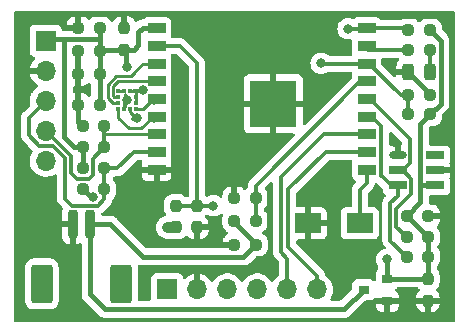
<source format=gbr>
%TF.GenerationSoftware,KiCad,Pcbnew,(6.0.4-0)*%
%TF.CreationDate,2022-04-22T16:48:49+08:00*%
%TF.ProjectId,esp32c3,65737033-3263-4332-9e6b-696361645f70,rev?*%
%TF.SameCoordinates,Original*%
%TF.FileFunction,Copper,L1,Top*%
%TF.FilePolarity,Positive*%
%FSLAX46Y46*%
G04 Gerber Fmt 4.6, Leading zero omitted, Abs format (unit mm)*
G04 Created by KiCad (PCBNEW (6.0.4-0)) date 2022-04-22 16:48:49*
%MOMM*%
%LPD*%
G01*
G04 APERTURE LIST*
G04 Aperture macros list*
%AMRoundRect*
0 Rectangle with rounded corners*
0 $1 Rounding radius*
0 $2 $3 $4 $5 $6 $7 $8 $9 X,Y pos of 4 corners*
0 Add a 4 corners polygon primitive as box body*
4,1,4,$2,$3,$4,$5,$6,$7,$8,$9,$2,$3,0*
0 Add four circle primitives for the rounded corners*
1,1,$1+$1,$2,$3*
1,1,$1+$1,$4,$5*
1,1,$1+$1,$6,$7*
1,1,$1+$1,$8,$9*
0 Add four rect primitives between the rounded corners*
20,1,$1+$1,$2,$3,$4,$5,0*
20,1,$1+$1,$4,$5,$6,$7,0*
20,1,$1+$1,$6,$7,$8,$9,0*
20,1,$1+$1,$8,$9,$2,$3,0*%
G04 Aperture macros list end*
%TA.AperFunction,SMDPad,CuDef*%
%ADD10RoundRect,0.237500X0.250000X0.237500X-0.250000X0.237500X-0.250000X-0.237500X0.250000X-0.237500X0*%
%TD*%
%TA.AperFunction,SMDPad,CuDef*%
%ADD11R,0.900000X0.800000*%
%TD*%
%TA.AperFunction,SMDPad,CuDef*%
%ADD12RoundRect,0.237500X-0.250000X-0.237500X0.250000X-0.237500X0.250000X0.237500X-0.250000X0.237500X0*%
%TD*%
%TA.AperFunction,SMDPad,CuDef*%
%ADD13RoundRect,0.237500X0.237500X-0.250000X0.237500X0.250000X-0.237500X0.250000X-0.237500X-0.250000X0*%
%TD*%
%TA.AperFunction,SMDPad,CuDef*%
%ADD14RoundRect,0.243750X-0.243750X-0.456250X0.243750X-0.456250X0.243750X0.456250X-0.243750X0.456250X0*%
%TD*%
%TA.AperFunction,SMDPad,CuDef*%
%ADD15R,1.485000X0.900000*%
%TD*%
%TA.AperFunction,SMDPad,CuDef*%
%ADD16R,4.000000X4.000000*%
%TD*%
%TA.AperFunction,SMDPad,CuDef*%
%ADD17R,0.350000X0.375000*%
%TD*%
%TA.AperFunction,SMDPad,CuDef*%
%ADD18R,0.375000X0.350000*%
%TD*%
%TA.AperFunction,SMDPad,CuDef*%
%ADD19RoundRect,0.237500X-0.237500X0.250000X-0.237500X-0.250000X0.237500X-0.250000X0.237500X0.250000X0*%
%TD*%
%TA.AperFunction,ComponentPad*%
%ADD20R,1.700000X1.700000*%
%TD*%
%TA.AperFunction,ComponentPad*%
%ADD21O,1.700000X1.700000*%
%TD*%
%TA.AperFunction,SMDPad,CuDef*%
%ADD22RoundRect,0.200000X0.200000X1.000000X-0.200000X1.000000X-0.200000X-1.000000X0.200000X-1.000000X0*%
%TD*%
%TA.AperFunction,SMDPad,CuDef*%
%ADD23RoundRect,0.250000X0.650000X1.400000X-0.650000X1.400000X-0.650000X-1.400000X0.650000X-1.400000X0*%
%TD*%
%TA.AperFunction,SMDPad,CuDef*%
%ADD24O,1.500000X0.650000*%
%TD*%
%TA.AperFunction,SMDPad,CuDef*%
%ADD25R,1.500000X0.650000*%
%TD*%
%TA.AperFunction,SMDPad,CuDef*%
%ADD26R,2.200000X1.700000*%
%TD*%
%TA.AperFunction,ViaPad*%
%ADD27C,0.800000*%
%TD*%
%TA.AperFunction,Conductor*%
%ADD28C,0.457200*%
%TD*%
%TA.AperFunction,Conductor*%
%ADD29C,0.250000*%
%TD*%
%TA.AperFunction,Conductor*%
%ADD30C,0.889000*%
%TD*%
%TA.AperFunction,Conductor*%
%ADD31C,0.330200*%
%TD*%
G04 APERTURE END LIST*
D10*
%TO.P,R4,1*%
%TO.N,3.3V*%
X76604500Y-90424000D03*
%TO.P,R4,2*%
%TO.N,SCL_AHT10*%
X74779500Y-90424000D03*
%TD*%
D11*
%TO.P,U4,1,GND*%
%TO.N,GND*%
X73136000Y-94168000D03*
%TO.P,U4,2,VOUT*%
%TO.N,3.3V*%
X73136000Y-92268000D03*
%TO.P,U4,3,VIN*%
%TO.N,V_In*%
X71136000Y-93218000D03*
%TD*%
D12*
%TO.P,R2,1*%
%TO.N,LED*%
X74929990Y-72898000D03*
%TO.P,R2,2*%
%TO.N,Net-(D1-Pad2)*%
X76754990Y-72898000D03*
%TD*%
D10*
%TO.P,R12,1*%
%TO.N,IO9*%
X49172500Y-84709000D03*
%TO.P,R12,2*%
%TO.N,GND*%
X47347500Y-84709000D03*
%TD*%
%TO.P,C5,1*%
%TO.N,3.3V*%
X48791500Y-73025000D03*
%TO.P,C5,2*%
%TO.N,GND*%
X46966500Y-73025000D03*
%TD*%
D13*
%TO.P,R1,1*%
%TO.N,3.3V*%
X55245000Y-87931000D03*
%TO.P,R1,2*%
%TO.N,EN*%
X55245000Y-86106000D03*
%TD*%
D12*
%TO.P,R8,1*%
%TO.N,IO2*%
X74929995Y-76708000D03*
%TO.P,R8,2*%
%TO.N,GND*%
X76754995Y-76708000D03*
%TD*%
D13*
%TO.P,C2,1*%
%TO.N,3.3V*%
X50860000Y-72892500D03*
%TO.P,C2,2*%
%TO.N,GND*%
X50860000Y-71067500D03*
%TD*%
D12*
%TO.P,R7,1*%
%TO.N,IO0*%
X74929990Y-71247000D03*
%TO.P,R7,2*%
%TO.N,3.3V*%
X76754990Y-71247000D03*
%TD*%
D14*
%TO.P,D1,1,K*%
%TO.N,GND*%
X74904990Y-74803000D03*
%TO.P,D1,2,A*%
%TO.N,Net-(D1-Pad2)*%
X76779990Y-74803000D03*
%TD*%
D12*
%TO.P,C4,1*%
%TO.N,3.3V*%
X74779500Y-86995000D03*
%TO.P,C4,2*%
%TO.N,GND*%
X76604500Y-86995000D03*
%TD*%
D10*
%TO.P,C1,1*%
%TO.N,3.3V*%
X48791500Y-71069987D03*
%TO.P,C1,2*%
%TO.N,GND*%
X46966500Y-71069987D03*
%TD*%
%TO.P,R11,1*%
%TO.N,IO8*%
X49172500Y-81153000D03*
%TO.P,R11,2*%
%TO.N,3.3V*%
X47347500Y-81153000D03*
%TD*%
%TO.P,R3,1*%
%TO.N,3.3V*%
X76604500Y-88773000D03*
%TO.P,R3,2*%
%TO.N,SDA_AHT10*%
X74779500Y-88773000D03*
%TD*%
D12*
%TO.P,R5,1*%
%TO.N,V_In*%
X60174500Y-87376000D03*
%TO.P,R5,2*%
%TO.N,ADC*%
X61999500Y-87376000D03*
%TD*%
D15*
%TO.P,U1,1,3V3*%
%TO.N,3.3V*%
X53607500Y-71070000D03*
%TO.P,U1,2,EN*%
%TO.N,EN*%
X53607500Y-72570000D03*
%TO.P,U1,3,IO4*%
%TO.N,INT1*%
X53607500Y-74070000D03*
%TO.P,U1,4,IO5*%
%TO.N,INT2*%
X53607500Y-75570000D03*
%TO.P,U1,5,IO6*%
%TO.N,SDA*%
X53607500Y-77070000D03*
%TO.P,U1,6,IO7*%
%TO.N,SCL*%
X53607500Y-78570000D03*
%TO.P,U1,7,IO8*%
%TO.N,IO8*%
X53607500Y-80070000D03*
%TO.P,U1,8,IO9*%
%TO.N,IO9*%
X53607500Y-81570000D03*
%TO.P,U1,9,GND*%
%TO.N,GND*%
X53607500Y-83070000D03*
%TO.P,U1,10,IO10*%
%TO.N,INT*%
X71392500Y-83070000D03*
%TO.P,U1,11,RXD*%
%TO.N,RXD*%
X71392500Y-81570000D03*
%TO.P,U1,12,TXD*%
%TO.N,TXD*%
X71392500Y-80070000D03*
%TO.P,U1,13,IO18*%
%TO.N,SCL_AHT10*%
X71392500Y-78570000D03*
%TO.P,U1,14,IO19*%
%TO.N,SDA_AHT10*%
X71392500Y-77070000D03*
%TO.P,U1,15,IO3*%
%TO.N,ADC*%
X71392500Y-75570000D03*
%TO.P,U1,16,IO2*%
%TO.N,IO2*%
X71392500Y-74070000D03*
%TO.P,U1,17,IO1*%
%TO.N,LED*%
X71392500Y-72570000D03*
%TO.P,U1,18,IO0*%
%TO.N,IO0*%
X71392500Y-71070000D03*
D16*
%TO.P,U1,19,GND*%
%TO.N,GND*%
X63500000Y-77470000D03*
%TD*%
D17*
%TO.P,U3,1,SCL/SPC*%
%TO.N,SCL*%
X50379997Y-77919496D03*
%TO.P,U3,2,~CS*%
%TO.N,3.3V*%
X50879997Y-77919496D03*
%TO.P,U3,3,SA0/SDO*%
%TO.N,GND*%
X51379997Y-77919496D03*
%TO.P,U3,4,SDA/SDI*%
%TO.N,SDA*%
X51879997Y-77919496D03*
D18*
%TO.P,U3,5,RES*%
%TO.N,GND*%
X51892497Y-77406996D03*
%TO.P,U3,6,GND*%
X51892497Y-76906996D03*
D17*
%TO.P,U3,7,GND*%
X51879997Y-76394496D03*
%TO.P,U3,8,GND*%
X51379997Y-76394496D03*
%TO.P,U3,9,Vdd*%
%TO.N,3.3V*%
X50879997Y-76394496D03*
%TO.P,U3,10,Vdd_IO*%
X50379997Y-76394496D03*
D18*
%TO.P,U3,11,INT2*%
%TO.N,INT2*%
X50367497Y-76906996D03*
%TO.P,U3,12,INT1*%
%TO.N,INT1*%
X50367497Y-77406996D03*
%TD*%
D19*
%TO.P,C7,1*%
%TO.N,3.3V*%
X76581000Y-92305500D03*
%TO.P,C7,2*%
%TO.N,GND*%
X76581000Y-94130500D03*
%TD*%
D10*
%TO.P,R10,1*%
%TO.N,IO8*%
X49172500Y-79375000D03*
%TO.P,R10,2*%
%TO.N,GND*%
X47347500Y-79375000D03*
%TD*%
%TO.P,C8,1*%
%TO.N,3.3V*%
X48791500Y-74980800D03*
%TO.P,C8,2*%
%TO.N,GND*%
X46966500Y-74980800D03*
%TD*%
D12*
%TO.P,R9,1*%
%TO.N,IO2*%
X74929995Y-78359000D03*
%TO.P,R9,2*%
%TO.N,3.3V*%
X76754995Y-78359000D03*
%TD*%
D10*
%TO.P,C6,1*%
%TO.N,V_In*%
X62023000Y-89408000D03*
%TO.P,C6,2*%
%TO.N,GND*%
X60198000Y-89408000D03*
%TD*%
D20*
%TO.P,J3,1,Pin_1*%
%TO.N,3.3V*%
X44221000Y-72136000D03*
D21*
%TO.P,J3,2,Pin_2*%
%TO.N,GND*%
X44221000Y-74676000D03*
%TO.P,J3,3,Pin_3*%
%TO.N,IO9*%
X44221000Y-77216000D03*
%TO.P,J3,4,Pin_4*%
%TO.N,IO8*%
X44221000Y-79756000D03*
%TO.P,J3,5,Pin_5*%
%TO.N,IO2*%
X44221000Y-82296000D03*
%TD*%
D19*
%TO.P,C3,1*%
%TO.N,EN*%
X57023000Y-86106000D03*
%TO.P,C3,2*%
%TO.N,GND*%
X57023000Y-87931000D03*
%TD*%
D10*
%TO.P,R6,1*%
%TO.N,ADC*%
X61999500Y-85471000D03*
%TO.P,R6,2*%
%TO.N,GND*%
X60174500Y-85471000D03*
%TD*%
D20*
%TO.P,J2,1,Pin_1*%
%TO.N,3.3V*%
X54508000Y-93193000D03*
D21*
%TO.P,J2,2,Pin_2*%
%TO.N,GND*%
X57048000Y-93193000D03*
%TO.P,J2,3,Pin_3*%
%TO.N,EN*%
X59588000Y-93193000D03*
%TO.P,J2,4,Pin_4*%
%TO.N,IO0*%
X62128000Y-93193000D03*
%TO.P,J2,5,Pin_5*%
%TO.N,TXD*%
X64668000Y-93193000D03*
%TO.P,J2,6,Pin_6*%
%TO.N,RXD*%
X67208000Y-93193000D03*
%TD*%
D10*
%TO.P,C9,1*%
%TO.N,3.3V*%
X48791500Y-77571600D03*
%TO.P,C9,2*%
%TO.N,GND*%
X46966500Y-77571600D03*
%TD*%
D22*
%TO.P,J1,1,1*%
%TO.N,V_In*%
X47994000Y-87674000D03*
%TO.P,J1,2,2*%
%TO.N,GND*%
X46494000Y-87674000D03*
D23*
%TO.P,J1,MP*%
%TO.N,N/C*%
X50594000Y-92724000D03*
X43894000Y-92724000D03*
%TD*%
D10*
%TO.P,R13,1*%
%TO.N,IO9*%
X49172500Y-82931000D03*
%TO.P,R13,2*%
%TO.N,3.3V*%
X47347500Y-82931000D03*
%TD*%
D24*
%TO.P,U2,1,ADR*%
%TO.N,GND*%
X74016000Y-81848000D03*
D25*
%TO.P,U2,2,SDA*%
%TO.N,SDA_AHT10*%
X74016000Y-83118000D03*
%TO.P,U2,3,SCL*%
%TO.N,SCL_AHT10*%
X74016000Y-84388000D03*
%TO.P,U2,4,VDD*%
%TO.N,3.3V*%
X77216000Y-84388000D03*
%TO.P,U2,5,GND*%
%TO.N,GND*%
X77216000Y-83118000D03*
%TO.P,U2,6,NC*%
%TO.N,unconnected-(U2-Pad6)*%
X77216000Y-81848000D03*
%TD*%
D26*
%TO.P,SW1,1,1*%
%TO.N,GND*%
X66405400Y-87604600D03*
%TO.P,SW1,2,2*%
%TO.N,INT*%
X70805400Y-87604600D03*
%TD*%
D27*
%TO.N,3.3V*%
X51060000Y-74390000D03*
X73101200Y-90652600D03*
X51100131Y-77161155D03*
X54507994Y-87935206D03*
%TO.N,GND*%
X51950000Y-78700000D03*
X52450000Y-76310000D03*
X52908200Y-87985600D03*
X71221600Y-90703400D03*
X73736200Y-80670400D03*
X73431400Y-74117200D03*
X48215383Y-85391184D03*
X46990000Y-76270000D03*
%TO.N,EN*%
X58420000Y-86106000D03*
%TO.N,IO0*%
X69824600Y-71120000D03*
%TO.N,IO2*%
X67538600Y-74041000D03*
%TD*%
D28*
%TO.N,3.3V*%
X76604495Y-88773000D02*
X76604495Y-90424000D01*
X74779505Y-86824490D02*
X74779510Y-86824490D01*
X75946000Y-85828500D02*
X74779500Y-86995000D01*
D29*
X76604500Y-92282000D02*
X76581000Y-92305500D01*
D28*
X76557505Y-88773000D02*
X74779505Y-86995000D01*
X53320010Y-71069987D02*
X53050013Y-71069987D01*
D29*
X50879997Y-77381289D02*
X50879997Y-77919496D01*
D30*
X55245000Y-87930990D02*
X54512210Y-87930990D01*
D28*
X77216000Y-84388000D02*
X76006000Y-84388000D01*
X51040000Y-74370000D02*
X51040000Y-73072500D01*
D29*
X76604500Y-88773000D02*
X76557500Y-88773000D01*
D28*
X47347505Y-82931000D02*
X47347505Y-81153000D01*
X77643990Y-72136000D02*
X77643990Y-74087180D01*
X52070000Y-72490000D02*
X52070000Y-71419999D01*
X51667512Y-72892488D02*
X52070000Y-72490000D01*
X77645868Y-77468127D02*
X76754995Y-78359000D01*
D29*
X74779500Y-86995000D02*
X74779500Y-86824500D01*
D28*
X73135998Y-92267989D02*
X76543510Y-92267989D01*
X73101200Y-90652600D02*
X73101200Y-92233200D01*
X75946000Y-79167990D02*
X75946000Y-84328000D01*
X48688000Y-72009000D02*
X44347994Y-72009000D01*
X45770800Y-72034400D02*
X45745400Y-72009000D01*
D29*
X51100131Y-77161155D02*
X50930270Y-76991294D01*
D28*
X75946000Y-84328000D02*
X75946000Y-85828500D01*
D29*
X54512200Y-87931000D02*
X54507994Y-87935206D01*
X50930270Y-77331016D02*
X50930270Y-77730000D01*
D28*
X45770800Y-80314800D02*
X45770800Y-72034400D01*
X50860000Y-72892500D02*
X50859995Y-72892495D01*
X50860000Y-72892500D02*
X49177995Y-72892500D01*
X46609000Y-81153000D02*
X45770800Y-80314800D01*
X52420012Y-71069987D02*
X53607487Y-71069987D01*
D29*
X50379997Y-76394496D02*
X50879997Y-76394496D01*
X76543500Y-92268000D02*
X76581000Y-92305500D01*
X51100131Y-77161155D02*
X50879997Y-77381289D01*
D28*
X48791495Y-73152000D02*
X48791495Y-75234800D01*
X77216000Y-84388000D02*
X77216000Y-84387995D01*
D29*
X48814995Y-75258295D02*
X48791500Y-75234800D01*
X50930270Y-77730000D02*
X50930270Y-77760000D01*
D28*
X51060000Y-74390000D02*
X51040000Y-74370000D01*
X50859995Y-72892495D02*
X50859995Y-72892488D01*
D29*
X74779500Y-86995000D02*
X74779500Y-86967700D01*
D28*
X52070000Y-71419999D02*
X52420012Y-71069987D01*
X76754990Y-78359000D02*
X75946000Y-79167990D01*
X49177995Y-72892500D02*
X49172495Y-72898000D01*
X48814990Y-77317600D02*
X48814990Y-75258295D01*
X48791500Y-71069987D02*
X48791500Y-71905500D01*
X77643990Y-74087180D02*
X77645868Y-74089058D01*
X48791500Y-71905500D02*
X48688000Y-72009000D01*
X50859995Y-72892488D02*
X51667512Y-72892488D01*
X47347505Y-81153000D02*
X46609000Y-81153000D01*
X44347994Y-72009000D02*
X44220994Y-72136000D01*
X76604495Y-90424000D02*
X76604495Y-92282010D01*
X48791495Y-73152000D02*
X48791495Y-71905495D01*
D29*
X51100131Y-77161155D02*
X50930270Y-77331016D01*
D28*
X77645868Y-74089058D02*
X77645868Y-77468127D01*
X76006000Y-84388000D02*
X75946000Y-84328000D01*
D29*
X50930270Y-76991294D02*
X50930270Y-76650000D01*
D28*
X76754990Y-71247000D02*
X77643990Y-72136000D01*
X73101200Y-92233200D02*
X73136000Y-92268000D01*
X51040000Y-73072500D02*
X50860000Y-72892500D01*
D29*
X50930270Y-76650000D02*
X50930270Y-76610000D01*
D28*
%TO.N,GND*%
X48029673Y-85391193D02*
X47347505Y-84709000D01*
D29*
X52365504Y-76394496D02*
X52450000Y-76310000D01*
D28*
X76754990Y-76653009D02*
X74904981Y-74803000D01*
D29*
X51879997Y-76394496D02*
X52365504Y-76394496D01*
X51379997Y-76394496D02*
X51879997Y-76394496D01*
D28*
X47347505Y-79375000D02*
X46949995Y-78977490D01*
D29*
X51950000Y-78700000D02*
X51870000Y-78700000D01*
X51879997Y-76894496D02*
X51892497Y-76906996D01*
X48215383Y-85391184D02*
X48029684Y-85391184D01*
X76754995Y-76708000D02*
X76754995Y-76653005D01*
X46950000Y-78977500D02*
X46966500Y-78961000D01*
D28*
X46966505Y-78961005D02*
X46966505Y-77571600D01*
D29*
X51870000Y-78700000D02*
X51379997Y-78209997D01*
X51892497Y-76906996D02*
X51892497Y-77406996D01*
X51879997Y-76394496D02*
X51879997Y-76894496D01*
X51379997Y-78209997D02*
X51379997Y-77919496D01*
D31*
%TO.N,EN*%
X53607487Y-72570010D02*
X55552010Y-72570010D01*
X55245000Y-86106000D02*
X57023000Y-86106000D01*
X55552010Y-72570010D02*
X57023000Y-74041000D01*
X57023000Y-74041000D02*
X57023000Y-86106000D01*
X57023000Y-86106000D02*
X58420000Y-86106000D01*
D29*
%TO.N,Net-(D1-Pad2)*%
X76754990Y-74778000D02*
X76779990Y-74803000D01*
D31*
X76754990Y-72898000D02*
X76754990Y-74778006D01*
%TO.N,RXD*%
X67207994Y-92023794D02*
X64770000Y-89585800D01*
X64770000Y-89585800D02*
X64770000Y-84709000D01*
X67207994Y-93193006D02*
X67207994Y-92023794D01*
X67909008Y-81569992D02*
X71392491Y-81569992D01*
X64770000Y-84709000D02*
X67909008Y-81569992D01*
%TO.N,TXD*%
X64135000Y-83693000D02*
X67758005Y-80069995D01*
X64667994Y-90575994D02*
X64135000Y-90043000D01*
X67758005Y-80069995D02*
X71392491Y-80069995D01*
X64667994Y-93193006D02*
X64667994Y-90575994D01*
X64135000Y-90043000D02*
X64135000Y-83693000D01*
D29*
%TO.N,IO0*%
X71342500Y-71120000D02*
X71392500Y-71070000D01*
D31*
X69824600Y-71120000D02*
X71342504Y-71120000D01*
X71185481Y-71069987D02*
X74752987Y-71069987D01*
D29*
X74752990Y-71070000D02*
X74929990Y-71247000D01*
X71100000Y-71070000D02*
X71392500Y-71070000D01*
D31*
%TO.N,IO2*%
X67538600Y-74041000D02*
X67589400Y-74091800D01*
X74929995Y-76708000D02*
X74929995Y-78359000D01*
X74269600Y-76708000D02*
X74929995Y-76708000D01*
X67589400Y-74091800D02*
X71370698Y-74091800D01*
D29*
X71370700Y-74091800D02*
X71392500Y-74070000D01*
D31*
X71392491Y-74070007D02*
X71631607Y-74070007D01*
X71631607Y-74070007D02*
X74269600Y-76708000D01*
%TO.N,IO8*%
X48209200Y-83489800D02*
X48209200Y-82116300D01*
X46355000Y-81871268D02*
X46355000Y-83312000D01*
D29*
X53607500Y-80070000D02*
X49220000Y-80070000D01*
D31*
X44221000Y-79756000D02*
X44239732Y-79756000D01*
X49172495Y-79375000D02*
X49172495Y-80022495D01*
X49172495Y-80022495D02*
X49172495Y-80287495D01*
X46863000Y-83820000D02*
X47879000Y-83820000D01*
X46355000Y-83312000D02*
X46863000Y-83820000D01*
X44239732Y-79756000D02*
X46355000Y-81871268D01*
X47879000Y-83820000D02*
X48209200Y-83489800D01*
X48209200Y-82116300D02*
X49172500Y-81153000D01*
D29*
X49220000Y-80070000D02*
X49172495Y-80022495D01*
D31*
X49172495Y-80287495D02*
X49172495Y-81153000D01*
D29*
X53293500Y-79756000D02*
X53607500Y-80070000D01*
D31*
%TO.N,IO9*%
X42799000Y-78637994D02*
X42799000Y-80137000D01*
X49172495Y-82931000D02*
X50292000Y-82931000D01*
X48641000Y-86106000D02*
X49172500Y-85574500D01*
X45847000Y-85496400D02*
X46456600Y-86106000D01*
X50292000Y-82931000D02*
X51653008Y-81569992D01*
X49172495Y-82931000D02*
X49172495Y-83669505D01*
X49172495Y-83669505D02*
X49172495Y-84709000D01*
X43688000Y-81026000D02*
X44831000Y-81026000D01*
X44220994Y-77216000D02*
X42799000Y-78637994D01*
X45847000Y-82042000D02*
X45847000Y-85496400D01*
X42799000Y-80137000D02*
X43688000Y-81026000D01*
X46456600Y-86106000D02*
X48641000Y-86106000D01*
X51653008Y-81569992D02*
X53607487Y-81569992D01*
X44831000Y-81026000D02*
X45847000Y-82042000D01*
X49172500Y-85574500D02*
X49172500Y-84709000D01*
%TO.N,LED*%
X74930000Y-72898000D02*
X71513497Y-72898000D01*
D29*
X71720500Y-72898000D02*
X71392500Y-72570000D01*
D31*
%TO.N,SDA_AHT10*%
X75184000Y-83860996D02*
X74440999Y-83117995D01*
D29*
X71685000Y-77070000D02*
X71392500Y-77070000D01*
D31*
X75080836Y-80465839D02*
X71684998Y-77070001D01*
X73914000Y-86410800D02*
X75184000Y-85140800D01*
D29*
X74779500Y-88773000D02*
X74779500Y-88749500D01*
D31*
X74779505Y-88749505D02*
X73914000Y-87884000D01*
D29*
X74016000Y-83118000D02*
X74489000Y-83118000D01*
D31*
X71684998Y-77070001D02*
X71477988Y-77070001D01*
X73914000Y-87884000D02*
X73914000Y-86410800D01*
X74489005Y-83117995D02*
X75080836Y-82526164D01*
D29*
X74441000Y-83118000D02*
X74016000Y-83118000D01*
D31*
X75184000Y-85140800D02*
X75184000Y-83860996D01*
X75080836Y-82526164D02*
X75080836Y-80465839D01*
%TO.N,SCL_AHT10*%
X72644000Y-83566000D02*
X72644000Y-79375000D01*
X74779505Y-90424000D02*
X73406000Y-89050495D01*
X72771000Y-83693000D02*
X72644000Y-83566000D01*
X74016006Y-85241994D02*
X74016006Y-84387995D01*
X72644000Y-79375000D02*
X71965998Y-78696998D01*
X73406000Y-85852000D02*
X74016006Y-85241994D01*
D29*
X71966000Y-78570000D02*
X71392500Y-78570000D01*
X74016000Y-84388000D02*
X73466000Y-84388000D01*
D31*
X71965998Y-78696998D02*
X71965998Y-78569998D01*
X73406000Y-89050495D02*
X73406000Y-85852000D01*
X73465995Y-84387995D02*
X72771000Y-83693000D01*
%TO.N,ADC*%
X61999495Y-84431505D02*
X70860996Y-75570004D01*
D29*
X70861000Y-75570000D02*
X71392500Y-75570000D01*
D31*
X61999495Y-85471000D02*
X61999495Y-84431505D01*
X61999495Y-85471000D02*
X61999495Y-87376000D01*
%TO.N,INT*%
X71392491Y-83069989D02*
X71392491Y-84182509D01*
X70805400Y-84769600D02*
X70805400Y-87604600D01*
X71392491Y-84182509D02*
X70805400Y-84769600D01*
D29*
%TO.N,SDA*%
X52419496Y-77919496D02*
X51879997Y-77919496D01*
X53607500Y-77070000D02*
X53268992Y-77070000D01*
X53277500Y-77400000D02*
X53607500Y-77070000D01*
X53268992Y-77070000D02*
X52419496Y-77919496D01*
%TO.N,SCL*%
X53280000Y-78570000D02*
X53607500Y-78570000D01*
X52310000Y-79540000D02*
X53280000Y-78570000D01*
X51250000Y-79540000D02*
X52310000Y-79540000D01*
X50379997Y-77919496D02*
X50379997Y-78669997D01*
X50379997Y-78669997D02*
X51250000Y-79540000D01*
X53607500Y-78570000D02*
X53287500Y-78890000D01*
%TO.N,INT1*%
X49500000Y-75844688D02*
X49500000Y-76950000D01*
X50184424Y-75160264D02*
X49500000Y-75844688D01*
X51790000Y-74730000D02*
X51790000Y-74800000D01*
X51429736Y-75160264D02*
X50184424Y-75160264D01*
X49500000Y-76950000D02*
X49956996Y-77406996D01*
X52450000Y-74070000D02*
X51790000Y-74730000D01*
X51790000Y-74800000D02*
X51429736Y-75160264D01*
X49956996Y-77406996D02*
X50367497Y-77406996D01*
X53607500Y-74070000D02*
X52450000Y-74070000D01*
%TO.N,INT2*%
X50036996Y-76906996D02*
X50367497Y-76906996D01*
X53597500Y-75560000D02*
X50350000Y-75560000D01*
X49920000Y-75990000D02*
X49920000Y-76790000D01*
X53607500Y-75570000D02*
X53597500Y-75560000D01*
X49920000Y-76790000D02*
X50036996Y-76906996D01*
X50350000Y-75560000D02*
X49920000Y-75990000D01*
D28*
%TO.N,V_In*%
X61976000Y-89408000D02*
X60960000Y-90424000D01*
X47994011Y-93587011D02*
X49276000Y-94869000D01*
X60254490Y-87559490D02*
X62022990Y-89327990D01*
D29*
X60174500Y-87376000D02*
X60174500Y-87559500D01*
X62023000Y-89408000D02*
X61976000Y-89408000D01*
D28*
X69485002Y-94869000D02*
X71136002Y-93218000D01*
X60960000Y-90424000D02*
X52451000Y-90424000D01*
X49276000Y-94869000D02*
X69485002Y-94869000D01*
X60174505Y-87559490D02*
X60254490Y-87559490D01*
X47994011Y-87673993D02*
X47994011Y-93587011D01*
X49700993Y-87673993D02*
X47994011Y-87673993D01*
X62022990Y-89327990D02*
X62022990Y-89408000D01*
X52451000Y-90424000D02*
X49700993Y-87673993D01*
%TD*%
%TA.AperFunction,Conductor*%
%TO.N,GND*%
G36*
X78800621Y-69629702D02*
G01*
X78847114Y-69683358D01*
X78858500Y-69735700D01*
X78858500Y-95855500D01*
X78838498Y-95923621D01*
X78784842Y-95970114D01*
X78732500Y-95981500D01*
X41647500Y-95981500D01*
X41579379Y-95961498D01*
X41532886Y-95907842D01*
X41521500Y-95855500D01*
X41521500Y-94174400D01*
X42485500Y-94174400D01*
X42496474Y-94280166D01*
X42552450Y-94447946D01*
X42645522Y-94598348D01*
X42770697Y-94723305D01*
X42776927Y-94727145D01*
X42776928Y-94727146D01*
X42914090Y-94811694D01*
X42921262Y-94816115D01*
X42937947Y-94821649D01*
X43082611Y-94869632D01*
X43082613Y-94869632D01*
X43089139Y-94871797D01*
X43095975Y-94872497D01*
X43095978Y-94872498D01*
X43139031Y-94876909D01*
X43193600Y-94882500D01*
X44594400Y-94882500D01*
X44597646Y-94882163D01*
X44597650Y-94882163D01*
X44693308Y-94872238D01*
X44693312Y-94872237D01*
X44700166Y-94871526D01*
X44706702Y-94869345D01*
X44706704Y-94869345D01*
X44849665Y-94821649D01*
X44867946Y-94815550D01*
X45018348Y-94722478D01*
X45143305Y-94597303D01*
X45178302Y-94540528D01*
X45232275Y-94452968D01*
X45232276Y-94452966D01*
X45236115Y-94446738D01*
X45291797Y-94278861D01*
X45302500Y-94174400D01*
X45302500Y-91273600D01*
X45300148Y-91250929D01*
X45292238Y-91174692D01*
X45292237Y-91174688D01*
X45291526Y-91167834D01*
X45289280Y-91161100D01*
X45237868Y-91007002D01*
X45235550Y-91000054D01*
X45142478Y-90849652D01*
X45017303Y-90724695D01*
X44900344Y-90652600D01*
X44872968Y-90635725D01*
X44872966Y-90635724D01*
X44866738Y-90631885D01*
X44706254Y-90578655D01*
X44705389Y-90578368D01*
X44705387Y-90578368D01*
X44698861Y-90576203D01*
X44692025Y-90575503D01*
X44692022Y-90575502D01*
X44648969Y-90571091D01*
X44594400Y-90565500D01*
X43193600Y-90565500D01*
X43190354Y-90565837D01*
X43190350Y-90565837D01*
X43094692Y-90575762D01*
X43094688Y-90575763D01*
X43087834Y-90576474D01*
X43081298Y-90578655D01*
X43081296Y-90578655D01*
X42949194Y-90622728D01*
X42920054Y-90632450D01*
X42769652Y-90725522D01*
X42644695Y-90850697D01*
X42640855Y-90856927D01*
X42640854Y-90856928D01*
X42556300Y-90994100D01*
X42551885Y-91001262D01*
X42536606Y-91047327D01*
X42498775Y-91161386D01*
X42496203Y-91169139D01*
X42495503Y-91175975D01*
X42495502Y-91175978D01*
X42492557Y-91204724D01*
X42485500Y-91273600D01*
X42485500Y-94174400D01*
X41521500Y-94174400D01*
X41521500Y-88727705D01*
X45586001Y-88727705D01*
X45586264Y-88733454D01*
X45592132Y-88797315D01*
X45594743Y-88810351D01*
X45641715Y-88960243D01*
X45647920Y-88973986D01*
X45728824Y-89107574D01*
X45738131Y-89119443D01*
X45848557Y-89229869D01*
X45860426Y-89239176D01*
X45994012Y-89320079D01*
X46007757Y-89326285D01*
X46157644Y-89373256D01*
X46170694Y-89375869D01*
X46225586Y-89380913D01*
X46237124Y-89377525D01*
X46238329Y-89376135D01*
X46240000Y-89368452D01*
X46240000Y-87946115D01*
X46235525Y-87930876D01*
X46234135Y-87929671D01*
X46226452Y-87928000D01*
X45604116Y-87928000D01*
X45588877Y-87932475D01*
X45587672Y-87933865D01*
X45586001Y-87941548D01*
X45586001Y-88727705D01*
X41521500Y-88727705D01*
X41521500Y-80172512D01*
X42121382Y-80172512D01*
X42131806Y-80232235D01*
X42132763Y-80238725D01*
X42140040Y-80298856D01*
X42142726Y-80305965D01*
X42144150Y-80311762D01*
X42146380Y-80319917D01*
X42148108Y-80325641D01*
X42149414Y-80333122D01*
X42152467Y-80340077D01*
X42173763Y-80388590D01*
X42176254Y-80394694D01*
X42197669Y-80451368D01*
X42201970Y-80457627D01*
X42204724Y-80462894D01*
X42208857Y-80470319D01*
X42211892Y-80475451D01*
X42214946Y-80482408D01*
X42219570Y-80488434D01*
X42219571Y-80488436D01*
X42251822Y-80530466D01*
X42255700Y-80535804D01*
X42285709Y-80579469D01*
X42285715Y-80579476D01*
X42290014Y-80585731D01*
X42295682Y-80590781D01*
X42295683Y-80590782D01*
X42334100Y-80625010D01*
X42339376Y-80629991D01*
X42742501Y-81033115D01*
X43082072Y-81372686D01*
X43116097Y-81434999D01*
X43111033Y-81505814D01*
X43097069Y-81532779D01*
X43035743Y-81622680D01*
X42941688Y-81825305D01*
X42881989Y-82040570D01*
X42858251Y-82262695D01*
X42858548Y-82267848D01*
X42858548Y-82267851D01*
X42865074Y-82381034D01*
X42871110Y-82485715D01*
X42872247Y-82490761D01*
X42872248Y-82490767D01*
X42880752Y-82528500D01*
X42920222Y-82703639D01*
X43004266Y-82910616D01*
X43120987Y-83101088D01*
X43267250Y-83269938D01*
X43439126Y-83412632D01*
X43632000Y-83525338D01*
X43840692Y-83605030D01*
X43845760Y-83606061D01*
X43845763Y-83606062D01*
X43953017Y-83627883D01*
X44059597Y-83649567D01*
X44064772Y-83649757D01*
X44064774Y-83649757D01*
X44277673Y-83657564D01*
X44277677Y-83657564D01*
X44282837Y-83657753D01*
X44287957Y-83657097D01*
X44287959Y-83657097D01*
X44499288Y-83630025D01*
X44499289Y-83630025D01*
X44504416Y-83629368D01*
X44509366Y-83627883D01*
X44713429Y-83566661D01*
X44713434Y-83566659D01*
X44718384Y-83565174D01*
X44918994Y-83466896D01*
X44974231Y-83427496D01*
X45041305Y-83404222D01*
X45110313Y-83420905D01*
X45159347Y-83472248D01*
X45173400Y-83530074D01*
X45173400Y-85468691D01*
X45173108Y-85477262D01*
X45169382Y-85531912D01*
X45179801Y-85591608D01*
X45180761Y-85598110D01*
X45188040Y-85658256D01*
X45190726Y-85665364D01*
X45192150Y-85671162D01*
X45194380Y-85679317D01*
X45196108Y-85685041D01*
X45197414Y-85692522D01*
X45200467Y-85699477D01*
X45221763Y-85747990D01*
X45224254Y-85754094D01*
X45245669Y-85810768D01*
X45249970Y-85817027D01*
X45252724Y-85822294D01*
X45256857Y-85829719D01*
X45259892Y-85834851D01*
X45262946Y-85841808D01*
X45267570Y-85847834D01*
X45267571Y-85847836D01*
X45299822Y-85889866D01*
X45303700Y-85895204D01*
X45333709Y-85938869D01*
X45333715Y-85938876D01*
X45338014Y-85945131D01*
X45343682Y-85950181D01*
X45343683Y-85950182D01*
X45382110Y-85984419D01*
X45387386Y-85989401D01*
X45624939Y-86226954D01*
X45658965Y-86289266D01*
X45653900Y-86360081D01*
X45650682Y-86367898D01*
X45641714Y-86387760D01*
X45594744Y-86537644D01*
X45592131Y-86550694D01*
X45586266Y-86614521D01*
X45586000Y-86620309D01*
X45586000Y-87401885D01*
X45590475Y-87417124D01*
X45591865Y-87418329D01*
X45599548Y-87420000D01*
X46622000Y-87420000D01*
X46690121Y-87440002D01*
X46736614Y-87493658D01*
X46748000Y-87546000D01*
X46748000Y-89363884D01*
X46752475Y-89379123D01*
X46753865Y-89380328D01*
X46758294Y-89381291D01*
X46817315Y-89375868D01*
X46830351Y-89373257D01*
X46980243Y-89326285D01*
X46993987Y-89320079D01*
X47065639Y-89276685D01*
X47134269Y-89258506D01*
X47201832Y-89280316D01*
X47246879Y-89335192D01*
X47256911Y-89384461D01*
X47256911Y-93521566D01*
X47255478Y-93540516D01*
X47254567Y-93546507D01*
X47252345Y-93561111D01*
X47252938Y-93568403D01*
X47252938Y-93568407D01*
X47256496Y-93612148D01*
X47256911Y-93622362D01*
X47256911Y-93630052D01*
X47257335Y-93633686D01*
X47257335Y-93633692D01*
X47260100Y-93657404D01*
X47260532Y-93661775D01*
X47260887Y-93666134D01*
X47265307Y-93720472D01*
X47266279Y-93732426D01*
X47268535Y-93739388D01*
X47269645Y-93744946D01*
X47270949Y-93750463D01*
X47271797Y-93757735D01*
X47274296Y-93764619D01*
X47274297Y-93764624D01*
X47295985Y-93824373D01*
X47297411Y-93828527D01*
X47319250Y-93895940D01*
X47323046Y-93902196D01*
X47325398Y-93907334D01*
X47327945Y-93912419D01*
X47330443Y-93919301D01*
X47369318Y-93978596D01*
X47371641Y-93982278D01*
X47385976Y-94005900D01*
X47408418Y-94042883D01*
X47412125Y-94047080D01*
X47412126Y-94047082D01*
X47415612Y-94051029D01*
X47415593Y-94051046D01*
X47418500Y-94054323D01*
X47420667Y-94056915D01*
X47424684Y-94063042D01*
X47430000Y-94068077D01*
X47430000Y-94068078D01*
X47479284Y-94114765D01*
X47481726Y-94117143D01*
X48708514Y-95343931D01*
X48720901Y-95358344D01*
X48728907Y-95369224D01*
X48728911Y-95369228D01*
X48733249Y-95375123D01*
X48743377Y-95383727D01*
X48772275Y-95408278D01*
X48779791Y-95415208D01*
X48785226Y-95420643D01*
X48788087Y-95422906D01*
X48788092Y-95422911D01*
X48806836Y-95437740D01*
X48810237Y-95440529D01*
X48864240Y-95486408D01*
X48870753Y-95489734D01*
X48875462Y-95492875D01*
X48880301Y-95495864D01*
X48886038Y-95500402D01*
X48892668Y-95503501D01*
X48892670Y-95503502D01*
X48926745Y-95519428D01*
X48950245Y-95530411D01*
X48954174Y-95532331D01*
X49017318Y-95564574D01*
X49024433Y-95566315D01*
X49029746Y-95568291D01*
X49035120Y-95570079D01*
X49041751Y-95573178D01*
X49048908Y-95574667D01*
X49048912Y-95574668D01*
X49111171Y-95587618D01*
X49115458Y-95588589D01*
X49145946Y-95596049D01*
X49184273Y-95605427D01*
X49189880Y-95605775D01*
X49189881Y-95605775D01*
X49195120Y-95606100D01*
X49195118Y-95606126D01*
X49199464Y-95606386D01*
X49202864Y-95606689D01*
X49210030Y-95608180D01*
X49217346Y-95607982D01*
X49233937Y-95607533D01*
X49285187Y-95606146D01*
X49288595Y-95606100D01*
X69419557Y-95606100D01*
X69438507Y-95607533D01*
X69451868Y-95609566D01*
X69451872Y-95609566D01*
X69459102Y-95610666D01*
X69466394Y-95610073D01*
X69466398Y-95610073D01*
X69510139Y-95606515D01*
X69520353Y-95606100D01*
X69528043Y-95606100D01*
X69531677Y-95605676D01*
X69531683Y-95605676D01*
X69545276Y-95604091D01*
X69555413Y-95602909D01*
X69559766Y-95602479D01*
X69576618Y-95601108D01*
X69623118Y-95597326D01*
X69623121Y-95597325D01*
X69630417Y-95596732D01*
X69637379Y-95594476D01*
X69642937Y-95593366D01*
X69648454Y-95592062D01*
X69655726Y-95591214D01*
X69662610Y-95588715D01*
X69662615Y-95588714D01*
X69722364Y-95567026D01*
X69726525Y-95565597D01*
X69729683Y-95564574D01*
X69793931Y-95543761D01*
X69800187Y-95539965D01*
X69805325Y-95537613D01*
X69810410Y-95535066D01*
X69817292Y-95532568D01*
X69876587Y-95493693D01*
X69880269Y-95491370D01*
X69936084Y-95457500D01*
X69936086Y-95457498D01*
X69940874Y-95454593D01*
X69949020Y-95447399D01*
X69949037Y-95447418D01*
X69952314Y-95444511D01*
X69954906Y-95442344D01*
X69961033Y-95438327D01*
X70012757Y-95383726D01*
X70015134Y-95381285D01*
X70783750Y-94612669D01*
X72178001Y-94612669D01*
X72178371Y-94619490D01*
X72183895Y-94670352D01*
X72187521Y-94685604D01*
X72232676Y-94806054D01*
X72241214Y-94821649D01*
X72317715Y-94923724D01*
X72330276Y-94936285D01*
X72432351Y-95012786D01*
X72447946Y-95021324D01*
X72568394Y-95066478D01*
X72583649Y-95070105D01*
X72634514Y-95075631D01*
X72641328Y-95076000D01*
X72863885Y-95076000D01*
X72879124Y-95071525D01*
X72880329Y-95070135D01*
X72882000Y-95062452D01*
X72882000Y-95057884D01*
X73390000Y-95057884D01*
X73394475Y-95073123D01*
X73395865Y-95074328D01*
X73403548Y-95075999D01*
X73630669Y-95075999D01*
X73637490Y-95075629D01*
X73688352Y-95070105D01*
X73703604Y-95066479D01*
X73824054Y-95021324D01*
X73839649Y-95012786D01*
X73941724Y-94936285D01*
X73954285Y-94923724D01*
X74030786Y-94821649D01*
X74039324Y-94806054D01*
X74084478Y-94685606D01*
X74088105Y-94670351D01*
X74093631Y-94619486D01*
X74094000Y-94612672D01*
X74094000Y-94440115D01*
X74090080Y-94426766D01*
X75598000Y-94426766D01*
X75598337Y-94433282D01*
X75608075Y-94527132D01*
X75610968Y-94540528D01*
X75661488Y-94691953D01*
X75667653Y-94705115D01*
X75751426Y-94840492D01*
X75760460Y-94851890D01*
X75873129Y-94964363D01*
X75884540Y-94973375D01*
X76020063Y-95056912D01*
X76033241Y-95063056D01*
X76184766Y-95113315D01*
X76198132Y-95116181D01*
X76290770Y-95125672D01*
X76297185Y-95126000D01*
X76308885Y-95126000D01*
X76324124Y-95121525D01*
X76325329Y-95120135D01*
X76327000Y-95112452D01*
X76327000Y-95107885D01*
X76835000Y-95107885D01*
X76839475Y-95123124D01*
X76840865Y-95124329D01*
X76848548Y-95126000D01*
X76864766Y-95126000D01*
X76871282Y-95125663D01*
X76965132Y-95115925D01*
X76978528Y-95113032D01*
X77129953Y-95062512D01*
X77143115Y-95056347D01*
X77278492Y-94972574D01*
X77289890Y-94963540D01*
X77402363Y-94850871D01*
X77411375Y-94839460D01*
X77494912Y-94703937D01*
X77501056Y-94690759D01*
X77551315Y-94539234D01*
X77554181Y-94525868D01*
X77563672Y-94433230D01*
X77564000Y-94426815D01*
X77564000Y-94402615D01*
X77559525Y-94387376D01*
X77558135Y-94386171D01*
X77550452Y-94384500D01*
X76853115Y-94384500D01*
X76837876Y-94388975D01*
X76836671Y-94390365D01*
X76835000Y-94398048D01*
X76835000Y-95107885D01*
X76327000Y-95107885D01*
X76327000Y-94402615D01*
X76322525Y-94387376D01*
X76321135Y-94386171D01*
X76313452Y-94384500D01*
X75616115Y-94384500D01*
X75600876Y-94388975D01*
X75599671Y-94390365D01*
X75598000Y-94398048D01*
X75598000Y-94426766D01*
X74090080Y-94426766D01*
X74089525Y-94424876D01*
X74088135Y-94423671D01*
X74080452Y-94422000D01*
X73408115Y-94422000D01*
X73392876Y-94426475D01*
X73391671Y-94427865D01*
X73390000Y-94435548D01*
X73390000Y-95057884D01*
X72882000Y-95057884D01*
X72882000Y-94440115D01*
X72877525Y-94424876D01*
X72876135Y-94423671D01*
X72868452Y-94422000D01*
X72196116Y-94422000D01*
X72180877Y-94426475D01*
X72179672Y-94427865D01*
X72178001Y-94435548D01*
X72178001Y-94612669D01*
X70783750Y-94612669D01*
X71233014Y-94163405D01*
X71295326Y-94129379D01*
X71322109Y-94126500D01*
X71634134Y-94126500D01*
X71696316Y-94119745D01*
X71832705Y-94068615D01*
X71949261Y-93981261D01*
X71991834Y-93924456D01*
X72048693Y-93881941D01*
X72119512Y-93876915D01*
X72175173Y-93904797D01*
X72183865Y-93912329D01*
X72191548Y-93914000D01*
X74075884Y-93914000D01*
X74091123Y-93909525D01*
X74092328Y-93908135D01*
X74093999Y-93900451D01*
X74093999Y-93723331D01*
X74093629Y-93716510D01*
X74088105Y-93665648D01*
X74084479Y-93650396D01*
X74039324Y-93529946D01*
X74030786Y-93514351D01*
X73954285Y-93412276D01*
X73941724Y-93399715D01*
X73834211Y-93319139D01*
X73791696Y-93262280D01*
X73786670Y-93191462D01*
X73820730Y-93129168D01*
X73834210Y-93117487D01*
X73935045Y-93041915D01*
X73949260Y-93031261D01*
X73951329Y-93034022D01*
X73999041Y-93007968D01*
X74025824Y-93005089D01*
X75685786Y-93005089D01*
X75753907Y-93025091D01*
X75774802Y-93041914D01*
X75862141Y-93129101D01*
X75896220Y-93191382D01*
X75891217Y-93262202D01*
X75862296Y-93307291D01*
X75759637Y-93410129D01*
X75750625Y-93421540D01*
X75667088Y-93557063D01*
X75660944Y-93570241D01*
X75610685Y-93721766D01*
X75607819Y-93735132D01*
X75598328Y-93827770D01*
X75598000Y-93834185D01*
X75598000Y-93858385D01*
X75602475Y-93873624D01*
X75603865Y-93874829D01*
X75611548Y-93876500D01*
X77545885Y-93876500D01*
X77561124Y-93872025D01*
X77562329Y-93870635D01*
X77564000Y-93862952D01*
X77564000Y-93834234D01*
X77563663Y-93827718D01*
X77553925Y-93733868D01*
X77551032Y-93720472D01*
X77500512Y-93569047D01*
X77494347Y-93555885D01*
X77410574Y-93420508D01*
X77401540Y-93409110D01*
X77299860Y-93307607D01*
X77265781Y-93245324D01*
X77270784Y-93174504D01*
X77299705Y-93129416D01*
X77300022Y-93129099D01*
X77407929Y-93021003D01*
X77499209Y-92872920D01*
X77553974Y-92707809D01*
X77564500Y-92605072D01*
X77564500Y-92005928D01*
X77561783Y-91979739D01*
X77554419Y-91908765D01*
X77554418Y-91908761D01*
X77553707Y-91901907D01*
X77545728Y-91877989D01*
X77500972Y-91743841D01*
X77498654Y-91736893D01*
X77407116Y-91588969D01*
X77378578Y-91560480D01*
X77344498Y-91498198D01*
X77341595Y-91471307D01*
X77341595Y-91281643D01*
X77361597Y-91213522D01*
X77378421Y-91192626D01*
X77438757Y-91132184D01*
X77443929Y-91127003D01*
X77461338Y-91098761D01*
X77531369Y-90985150D01*
X77531370Y-90985148D01*
X77535209Y-90978920D01*
X77589974Y-90813809D01*
X77600500Y-90711072D01*
X77600500Y-90136928D01*
X77589707Y-90032907D01*
X77586690Y-90023862D01*
X77536972Y-89874841D01*
X77534654Y-89867893D01*
X77443116Y-89719969D01*
X77410713Y-89687623D01*
X77376634Y-89625342D01*
X77381637Y-89554521D01*
X77410558Y-89509432D01*
X77420747Y-89499226D01*
X77443929Y-89476003D01*
X77460390Y-89449299D01*
X77531369Y-89334150D01*
X77531370Y-89334148D01*
X77535209Y-89327920D01*
X77589974Y-89162809D01*
X77591395Y-89148947D01*
X77600172Y-89063271D01*
X77600500Y-89060072D01*
X77600500Y-88485928D01*
X77600163Y-88482678D01*
X77590419Y-88388765D01*
X77590418Y-88388761D01*
X77589707Y-88381907D01*
X77582232Y-88359500D01*
X77536972Y-88223841D01*
X77534654Y-88216893D01*
X77443116Y-88068969D01*
X77358101Y-87984102D01*
X77346859Y-87972880D01*
X77312780Y-87910598D01*
X77317783Y-87839778D01*
X77346704Y-87794689D01*
X77438363Y-87702871D01*
X77447375Y-87691460D01*
X77530912Y-87555937D01*
X77537056Y-87542759D01*
X77587315Y-87391234D01*
X77590181Y-87377868D01*
X77599672Y-87285230D01*
X77600000Y-87278815D01*
X77600000Y-87267115D01*
X77595525Y-87251876D01*
X77594135Y-87250671D01*
X77586452Y-87249000D01*
X76476500Y-87249000D01*
X76408379Y-87228998D01*
X76361886Y-87175342D01*
X76350500Y-87123000D01*
X76350500Y-86867000D01*
X76370502Y-86798879D01*
X76424158Y-86752386D01*
X76476500Y-86741000D01*
X77581885Y-86741000D01*
X77597124Y-86736525D01*
X77598329Y-86735135D01*
X77600000Y-86727452D01*
X77600000Y-86711234D01*
X77599663Y-86704718D01*
X77589925Y-86610868D01*
X77587032Y-86597472D01*
X77536512Y-86446047D01*
X77530347Y-86432885D01*
X77446574Y-86297508D01*
X77437540Y-86286110D01*
X77324871Y-86173637D01*
X77313460Y-86164625D01*
X77177937Y-86081088D01*
X77164759Y-86074944D01*
X77013234Y-86024685D01*
X76999868Y-86021819D01*
X76907230Y-86012328D01*
X76900815Y-86012000D01*
X76810997Y-86012000D01*
X76742876Y-85991998D01*
X76696383Y-85938342D01*
X76685043Y-85889409D01*
X76683146Y-85819314D01*
X76683100Y-85815905D01*
X76683100Y-85347500D01*
X76703102Y-85279379D01*
X76756758Y-85232886D01*
X76809100Y-85221500D01*
X78014134Y-85221500D01*
X78076316Y-85214745D01*
X78212705Y-85163615D01*
X78329261Y-85076261D01*
X78416615Y-84959705D01*
X78467745Y-84823316D01*
X78474500Y-84761134D01*
X78474500Y-84014866D01*
X78467745Y-83952684D01*
X78443603Y-83888285D01*
X78419766Y-83824699D01*
X78419764Y-83824696D01*
X78416615Y-83816295D01*
X78413029Y-83811510D01*
X78398182Y-83743626D01*
X78413351Y-83691965D01*
X78419323Y-83681058D01*
X78464478Y-83560606D01*
X78468105Y-83545351D01*
X78473631Y-83494486D01*
X78474000Y-83487672D01*
X78474000Y-83390115D01*
X78469525Y-83374876D01*
X78468135Y-83373671D01*
X78460452Y-83372000D01*
X77088000Y-83372000D01*
X77019879Y-83351998D01*
X76973386Y-83298342D01*
X76962000Y-83246000D01*
X76962000Y-82990000D01*
X76982002Y-82921879D01*
X77035658Y-82875386D01*
X77088000Y-82864000D01*
X78455884Y-82864000D01*
X78471123Y-82859525D01*
X78472328Y-82858135D01*
X78473999Y-82850452D01*
X78473999Y-82748331D01*
X78473629Y-82741510D01*
X78468105Y-82690648D01*
X78464479Y-82675396D01*
X78419323Y-82554942D01*
X78413351Y-82544035D01*
X78398182Y-82474678D01*
X78412847Y-82424732D01*
X78416615Y-82419705D01*
X78430278Y-82383261D01*
X78464971Y-82290715D01*
X78467745Y-82283316D01*
X78474500Y-82221134D01*
X78474500Y-81474866D01*
X78467745Y-81412684D01*
X78416615Y-81276295D01*
X78329261Y-81159739D01*
X78212705Y-81072385D01*
X78076316Y-81021255D01*
X78014134Y-81014500D01*
X76809100Y-81014500D01*
X76740979Y-80994498D01*
X76694486Y-80940842D01*
X76683100Y-80888500D01*
X76683100Y-79525497D01*
X76703102Y-79457376D01*
X76720005Y-79436402D01*
X76777002Y-79379405D01*
X76839314Y-79345379D01*
X76866097Y-79342500D01*
X77054567Y-79342500D01*
X77057813Y-79342163D01*
X77057817Y-79342163D01*
X77151730Y-79332419D01*
X77151734Y-79332418D01*
X77158588Y-79331707D01*
X77165124Y-79329526D01*
X77165126Y-79329526D01*
X77316654Y-79278972D01*
X77323602Y-79276654D01*
X77471526Y-79185116D01*
X77490414Y-79166195D01*
X77589253Y-79067184D01*
X77589257Y-79067179D01*
X77594424Y-79062003D01*
X77685704Y-78913920D01*
X77740469Y-78748809D01*
X77750995Y-78646072D01*
X77750995Y-78457607D01*
X77770997Y-78389486D01*
X77787900Y-78368512D01*
X78120799Y-78035613D01*
X78135212Y-78023226D01*
X78146092Y-78015220D01*
X78146096Y-78015216D01*
X78151991Y-78010878D01*
X78177003Y-77981437D01*
X78185146Y-77971852D01*
X78192076Y-77964336D01*
X78197511Y-77958901D01*
X78214617Y-77937279D01*
X78217377Y-77933913D01*
X78258537Y-77885465D01*
X78263276Y-77879887D01*
X78266606Y-77873365D01*
X78269760Y-77868636D01*
X78272728Y-77863832D01*
X78277271Y-77858089D01*
X78297777Y-77814214D01*
X78307290Y-77793858D01*
X78309223Y-77789905D01*
X78338113Y-77733329D01*
X78338114Y-77733327D01*
X78341442Y-77726809D01*
X78343182Y-77719700D01*
X78345158Y-77714386D01*
X78346949Y-77709003D01*
X78350046Y-77702376D01*
X78355977Y-77673866D01*
X78364486Y-77632956D01*
X78365457Y-77628669D01*
X78372917Y-77598181D01*
X78382295Y-77559854D01*
X78382968Y-77549007D01*
X78382993Y-77549009D01*
X78383254Y-77544662D01*
X78383557Y-77541264D01*
X78385048Y-77534097D01*
X78383014Y-77458924D01*
X78382968Y-77455516D01*
X78382968Y-74154503D01*
X78384401Y-74135553D01*
X78386434Y-74122192D01*
X78386434Y-74122188D01*
X78387534Y-74114958D01*
X78384455Y-74077096D01*
X78383383Y-74063921D01*
X78382968Y-74053707D01*
X78382968Y-74046017D01*
X78382547Y-74042401D01*
X78382546Y-74042392D01*
X78381937Y-74037171D01*
X78381090Y-74022583D01*
X78381090Y-72201445D01*
X78382523Y-72182495D01*
X78384556Y-72169134D01*
X78384556Y-72169130D01*
X78385656Y-72161900D01*
X78384892Y-72152497D01*
X78381505Y-72110863D01*
X78381090Y-72100649D01*
X78381090Y-72092959D01*
X78377899Y-72065589D01*
X78377468Y-72061230D01*
X78372316Y-71997884D01*
X78372315Y-71997881D01*
X78371722Y-71990585D01*
X78369466Y-71983623D01*
X78368356Y-71978065D01*
X78367052Y-71972548D01*
X78366204Y-71965276D01*
X78363705Y-71958392D01*
X78363704Y-71958387D01*
X78342016Y-71898638D01*
X78340587Y-71894477D01*
X78340186Y-71893239D01*
X78318751Y-71827071D01*
X78314955Y-71820815D01*
X78312603Y-71815677D01*
X78310056Y-71810592D01*
X78307558Y-71803710D01*
X78268683Y-71744415D01*
X78266360Y-71740733D01*
X78232490Y-71684918D01*
X78232488Y-71684916D01*
X78229583Y-71680128D01*
X78222389Y-71671982D01*
X78222408Y-71671965D01*
X78219501Y-71668688D01*
X78217334Y-71666096D01*
X78213317Y-71659969D01*
X78158716Y-71608245D01*
X78156275Y-71605868D01*
X77787895Y-71237488D01*
X77753869Y-71175176D01*
X77750990Y-71148393D01*
X77750990Y-70959928D01*
X77750653Y-70956678D01*
X77740909Y-70862765D01*
X77740908Y-70862761D01*
X77740197Y-70855907D01*
X77733351Y-70835385D01*
X77687462Y-70697841D01*
X77685144Y-70690893D01*
X77593606Y-70542969D01*
X77578500Y-70527889D01*
X77475674Y-70425242D01*
X77475669Y-70425238D01*
X77470493Y-70420071D01*
X77464262Y-70416230D01*
X77328640Y-70332631D01*
X77328638Y-70332630D01*
X77322410Y-70328791D01*
X77157299Y-70274026D01*
X77150463Y-70273326D01*
X77150460Y-70273325D01*
X77098964Y-70268049D01*
X77054562Y-70263500D01*
X76455418Y-70263500D01*
X76452172Y-70263837D01*
X76452168Y-70263837D01*
X76358255Y-70273581D01*
X76358251Y-70273582D01*
X76351397Y-70274293D01*
X76344861Y-70276474D01*
X76344859Y-70276474D01*
X76329306Y-70281663D01*
X76186383Y-70329346D01*
X76038459Y-70420884D01*
X76033286Y-70426066D01*
X75931743Y-70527786D01*
X75869460Y-70561865D01*
X75798640Y-70556862D01*
X75753553Y-70527941D01*
X75650678Y-70425246D01*
X75650673Y-70425242D01*
X75645493Y-70420071D01*
X75639262Y-70416230D01*
X75503640Y-70332631D01*
X75503638Y-70332630D01*
X75497410Y-70328791D01*
X75332299Y-70274026D01*
X75325463Y-70273326D01*
X75325460Y-70273325D01*
X75273964Y-70268049D01*
X75229562Y-70263500D01*
X74630418Y-70263500D01*
X74627172Y-70263837D01*
X74627168Y-70263837D01*
X74533255Y-70273581D01*
X74533251Y-70273582D01*
X74526397Y-70274293D01*
X74519861Y-70276474D01*
X74519859Y-70276474D01*
X74504306Y-70281663D01*
X74361383Y-70329346D01*
X74308427Y-70362116D01*
X74283517Y-70377531D01*
X74217214Y-70396387D01*
X72665949Y-70396387D01*
X72597828Y-70376385D01*
X72565123Y-70345952D01*
X72503643Y-70263920D01*
X72503642Y-70263919D01*
X72498261Y-70256739D01*
X72381705Y-70169385D01*
X72245316Y-70118255D01*
X72183134Y-70111500D01*
X70601866Y-70111500D01*
X70539684Y-70118255D01*
X70403295Y-70169385D01*
X70286739Y-70256739D01*
X70285064Y-70254504D01*
X70235328Y-70281663D01*
X70164513Y-70276598D01*
X70157296Y-70273649D01*
X70112919Y-70253891D01*
X70112918Y-70253891D01*
X70106888Y-70251206D01*
X70013488Y-70231353D01*
X69926544Y-70212872D01*
X69926539Y-70212872D01*
X69920087Y-70211500D01*
X69729113Y-70211500D01*
X69722661Y-70212872D01*
X69722656Y-70212872D01*
X69635712Y-70231353D01*
X69542312Y-70251206D01*
X69536282Y-70253891D01*
X69536281Y-70253891D01*
X69373878Y-70326197D01*
X69373876Y-70326198D01*
X69367848Y-70328882D01*
X69362507Y-70332762D01*
X69362506Y-70332763D01*
X69316820Y-70365956D01*
X69213347Y-70441134D01*
X69208926Y-70446044D01*
X69208925Y-70446045D01*
X69095636Y-70571866D01*
X69085560Y-70583056D01*
X68990073Y-70748444D01*
X68931058Y-70930072D01*
X68930368Y-70936633D01*
X68930368Y-70936635D01*
X68927920Y-70959928D01*
X68911096Y-71120000D01*
X68911786Y-71126565D01*
X68926843Y-71269820D01*
X68931058Y-71309928D01*
X68990073Y-71491556D01*
X69085560Y-71656944D01*
X69089978Y-71661851D01*
X69089979Y-71661852D01*
X69208925Y-71793955D01*
X69213347Y-71798866D01*
X69299526Y-71861479D01*
X69359253Y-71904873D01*
X69367848Y-71911118D01*
X69373876Y-71913802D01*
X69373878Y-71913803D01*
X69536281Y-71986109D01*
X69542312Y-71988794D01*
X69635712Y-72008647D01*
X69722656Y-72027128D01*
X69722661Y-72027128D01*
X69729113Y-72028500D01*
X69920087Y-72028500D01*
X69943629Y-72023496D01*
X69989304Y-72013788D01*
X70060094Y-72019190D01*
X70116727Y-72062007D01*
X70141220Y-72128645D01*
X70141500Y-72137035D01*
X70141500Y-73068134D01*
X70148255Y-73130316D01*
X70191824Y-73246534D01*
X70192362Y-73247970D01*
X70197545Y-73318777D01*
X70163624Y-73381146D01*
X70101369Y-73415276D01*
X70074380Y-73418200D01*
X68256433Y-73418200D01*
X68188312Y-73398198D01*
X68162801Y-73376514D01*
X68149853Y-73362134D01*
X67995352Y-73249882D01*
X67989324Y-73247198D01*
X67989322Y-73247197D01*
X67826919Y-73174891D01*
X67826918Y-73174891D01*
X67820888Y-73172206D01*
X67727487Y-73152353D01*
X67640544Y-73133872D01*
X67640539Y-73133872D01*
X67634087Y-73132500D01*
X67443113Y-73132500D01*
X67436661Y-73133872D01*
X67436656Y-73133872D01*
X67349713Y-73152353D01*
X67256312Y-73172206D01*
X67250282Y-73174891D01*
X67250281Y-73174891D01*
X67087878Y-73247197D01*
X67087876Y-73247198D01*
X67081848Y-73249882D01*
X66927347Y-73362134D01*
X66922926Y-73367044D01*
X66922925Y-73367045D01*
X66832553Y-73467414D01*
X66799560Y-73504056D01*
X66749981Y-73589929D01*
X66707422Y-73663644D01*
X66704073Y-73669444D01*
X66645058Y-73851072D01*
X66644368Y-73857633D01*
X66644368Y-73857635D01*
X66635261Y-73944283D01*
X66625096Y-74041000D01*
X66625786Y-74047565D01*
X66643105Y-74212343D01*
X66645058Y-74230928D01*
X66704073Y-74412556D01*
X66707376Y-74418278D01*
X66707377Y-74418279D01*
X66715092Y-74431641D01*
X66799560Y-74577944D01*
X66803978Y-74582851D01*
X66803979Y-74582852D01*
X66903812Y-74693728D01*
X66927347Y-74719866D01*
X66991815Y-74766705D01*
X67052990Y-74811151D01*
X67081848Y-74832118D01*
X67087876Y-74834802D01*
X67087878Y-74834803D01*
X67190536Y-74880509D01*
X67256312Y-74909794D01*
X67349712Y-74929647D01*
X67436656Y-74948128D01*
X67436661Y-74948128D01*
X67443113Y-74949500D01*
X67634087Y-74949500D01*
X67640539Y-74948128D01*
X67640544Y-74948128D01*
X67727488Y-74929647D01*
X67820888Y-74909794D01*
X67886664Y-74880509D01*
X67989322Y-74834803D01*
X67989324Y-74834802D01*
X67995352Y-74832118D01*
X68024211Y-74811151D01*
X68054060Y-74789464D01*
X68120928Y-74765606D01*
X68128121Y-74765400D01*
X70058035Y-74765400D01*
X70126156Y-74785402D01*
X70172649Y-74839058D01*
X70182753Y-74909332D01*
X70176018Y-74935627D01*
X70148255Y-75009684D01*
X70141500Y-75071866D01*
X70141500Y-75284695D01*
X70121498Y-75352816D01*
X70104595Y-75373790D01*
X66223095Y-79255290D01*
X66160783Y-79289316D01*
X66089968Y-79284251D01*
X66033132Y-79241704D01*
X66008321Y-79175184D01*
X66008000Y-79166195D01*
X66008000Y-77742115D01*
X66003525Y-77726876D01*
X66002135Y-77725671D01*
X65994452Y-77724000D01*
X63772115Y-77724000D01*
X63756876Y-77728475D01*
X63755671Y-77729865D01*
X63754000Y-77737548D01*
X63754000Y-79959884D01*
X63758475Y-79975123D01*
X63759865Y-79976328D01*
X63767548Y-79977999D01*
X65196197Y-79977999D01*
X65264318Y-79998001D01*
X65310811Y-80051657D01*
X65320915Y-80121931D01*
X65291421Y-80186511D01*
X65285292Y-80193094D01*
X61542786Y-83935600D01*
X61536521Y-83941453D01*
X61495236Y-83977468D01*
X61460387Y-84027053D01*
X61456476Y-84032319D01*
X61419090Y-84079999D01*
X61415964Y-84086922D01*
X61412847Y-84092069D01*
X61408702Y-84099337D01*
X61405859Y-84104639D01*
X61401489Y-84110857D01*
X61385100Y-84152893D01*
X61379482Y-84167302D01*
X61376927Y-84173380D01*
X61351998Y-84228592D01*
X61350614Y-84236062D01*
X61348827Y-84241764D01*
X61346520Y-84249861D01*
X61345026Y-84255678D01*
X61342266Y-84262757D01*
X61341275Y-84270286D01*
X61341274Y-84270289D01*
X61334358Y-84322823D01*
X61333328Y-84329325D01*
X61322287Y-84388898D01*
X61322724Y-84396478D01*
X61322724Y-84396479D01*
X61325686Y-84447848D01*
X61325895Y-84455101D01*
X61325895Y-84551032D01*
X61305893Y-84619153D01*
X61282771Y-84644685D01*
X61282970Y-84644883D01*
X61282969Y-84644884D01*
X61175899Y-84752141D01*
X61113618Y-84786220D01*
X61042798Y-84781217D01*
X60997709Y-84752296D01*
X60894871Y-84649637D01*
X60883460Y-84640625D01*
X60747937Y-84557088D01*
X60734759Y-84550944D01*
X60583234Y-84500685D01*
X60569868Y-84497819D01*
X60477230Y-84488328D01*
X60470815Y-84488000D01*
X60446615Y-84488000D01*
X60431376Y-84492475D01*
X60430171Y-84493865D01*
X60428500Y-84501548D01*
X60428500Y-85599000D01*
X60408498Y-85667121D01*
X60354842Y-85713614D01*
X60302500Y-85725000D01*
X60046500Y-85725000D01*
X59978379Y-85704998D01*
X59931886Y-85651342D01*
X59920500Y-85599000D01*
X59920500Y-84506115D01*
X59916025Y-84490876D01*
X59914635Y-84489671D01*
X59906952Y-84488000D01*
X59878234Y-84488000D01*
X59871718Y-84488337D01*
X59777868Y-84498075D01*
X59764472Y-84500968D01*
X59613047Y-84551488D01*
X59599885Y-84557653D01*
X59464508Y-84641426D01*
X59453110Y-84650460D01*
X59340637Y-84763129D01*
X59331625Y-84774540D01*
X59248088Y-84910063D01*
X59241944Y-84923241D01*
X59191685Y-85074766D01*
X59188819Y-85088132D01*
X59179328Y-85180770D01*
X59179000Y-85187185D01*
X59179000Y-85287190D01*
X59158998Y-85355311D01*
X59105342Y-85401804D01*
X59035068Y-85411908D01*
X58978941Y-85389127D01*
X58899067Y-85331095D01*
X58882094Y-85318763D01*
X58882093Y-85318762D01*
X58876752Y-85314882D01*
X58870724Y-85312198D01*
X58870722Y-85312197D01*
X58708319Y-85239891D01*
X58708318Y-85239891D01*
X58702288Y-85237206D01*
X58596618Y-85214745D01*
X58521944Y-85198872D01*
X58521939Y-85198872D01*
X58515487Y-85197500D01*
X58324513Y-85197500D01*
X58318061Y-85198872D01*
X58318056Y-85198872D01*
X58243382Y-85214745D01*
X58137712Y-85237206D01*
X58131682Y-85239891D01*
X58131681Y-85239891D01*
X57969278Y-85312197D01*
X57969276Y-85312198D01*
X57963248Y-85314882D01*
X57940932Y-85331096D01*
X57874066Y-85354953D01*
X57804914Y-85338873D01*
X57777856Y-85318334D01*
X57733582Y-85274136D01*
X57699503Y-85211854D01*
X57696600Y-85184964D01*
X57696600Y-79514669D01*
X60992001Y-79514669D01*
X60992371Y-79521490D01*
X60997895Y-79572352D01*
X61001521Y-79587604D01*
X61046676Y-79708054D01*
X61055214Y-79723649D01*
X61131715Y-79825724D01*
X61144276Y-79838285D01*
X61246351Y-79914786D01*
X61261946Y-79923324D01*
X61382394Y-79968478D01*
X61397649Y-79972105D01*
X61448514Y-79977631D01*
X61455328Y-79978000D01*
X63227885Y-79978000D01*
X63243124Y-79973525D01*
X63244329Y-79972135D01*
X63246000Y-79964452D01*
X63246000Y-77742115D01*
X63241525Y-77726876D01*
X63240135Y-77725671D01*
X63232452Y-77724000D01*
X61010116Y-77724000D01*
X60994877Y-77728475D01*
X60993672Y-77729865D01*
X60992001Y-77737548D01*
X60992001Y-79514669D01*
X57696600Y-79514669D01*
X57696600Y-77197885D01*
X60992000Y-77197885D01*
X60996475Y-77213124D01*
X60997865Y-77214329D01*
X61005548Y-77216000D01*
X63227885Y-77216000D01*
X63243124Y-77211525D01*
X63244329Y-77210135D01*
X63246000Y-77202452D01*
X63246000Y-77197885D01*
X63754000Y-77197885D01*
X63758475Y-77213124D01*
X63759865Y-77214329D01*
X63767548Y-77216000D01*
X65989884Y-77216000D01*
X66005123Y-77211525D01*
X66006328Y-77210135D01*
X66007999Y-77202452D01*
X66007999Y-75425331D01*
X66007629Y-75418510D01*
X66002105Y-75367648D01*
X65998479Y-75352396D01*
X65953324Y-75231946D01*
X65944786Y-75216351D01*
X65868285Y-75114276D01*
X65855724Y-75101715D01*
X65753649Y-75025214D01*
X65738054Y-75016676D01*
X65617606Y-74971522D01*
X65602351Y-74967895D01*
X65551486Y-74962369D01*
X65544672Y-74962000D01*
X63772115Y-74962000D01*
X63756876Y-74966475D01*
X63755671Y-74967865D01*
X63754000Y-74975548D01*
X63754000Y-77197885D01*
X63246000Y-77197885D01*
X63246000Y-74980116D01*
X63241525Y-74964877D01*
X63240135Y-74963672D01*
X63232452Y-74962001D01*
X61455331Y-74962001D01*
X61448510Y-74962371D01*
X61397648Y-74967895D01*
X61382396Y-74971521D01*
X61261946Y-75016676D01*
X61246351Y-75025214D01*
X61144276Y-75101715D01*
X61131715Y-75114276D01*
X61055214Y-75216351D01*
X61046676Y-75231946D01*
X61001522Y-75352394D01*
X60997895Y-75367649D01*
X60992369Y-75418514D01*
X60992000Y-75425328D01*
X60992000Y-77197885D01*
X57696600Y-77197885D01*
X57696600Y-74068709D01*
X57696892Y-74060138D01*
X57698644Y-74034435D01*
X57700618Y-74005488D01*
X57690194Y-73945765D01*
X57689235Y-73939262D01*
X57682873Y-73886688D01*
X57681960Y-73879144D01*
X57679274Y-73872035D01*
X57677850Y-73866238D01*
X57675620Y-73858083D01*
X57673892Y-73852359D01*
X57672586Y-73844878D01*
X57666282Y-73830516D01*
X57648237Y-73789410D01*
X57645744Y-73783301D01*
X57627016Y-73733737D01*
X57627015Y-73733735D01*
X57624331Y-73726632D01*
X57620030Y-73720373D01*
X57617276Y-73715106D01*
X57613143Y-73707681D01*
X57610108Y-73702549D01*
X57607054Y-73695592D01*
X57602367Y-73689483D01*
X57570178Y-73647534D01*
X57566300Y-73642196D01*
X57536291Y-73598531D01*
X57536285Y-73598524D01*
X57531986Y-73592269D01*
X57487890Y-73552981D01*
X57482614Y-73547999D01*
X56047915Y-72113301D01*
X56042061Y-72107035D01*
X56011043Y-72071478D01*
X56006047Y-72065751D01*
X55956462Y-72030902D01*
X55951187Y-72026984D01*
X55909495Y-71994293D01*
X55909494Y-71994293D01*
X55903516Y-71989605D01*
X55896593Y-71986479D01*
X55891446Y-71983362D01*
X55884178Y-71979217D01*
X55878876Y-71976374D01*
X55872658Y-71972004D01*
X55816211Y-71949996D01*
X55810133Y-71947441D01*
X55761847Y-71925639D01*
X55761845Y-71925638D01*
X55754923Y-71922513D01*
X55747453Y-71921129D01*
X55741751Y-71919342D01*
X55733654Y-71917035D01*
X55727837Y-71915541D01*
X55720758Y-71912781D01*
X55713229Y-71911790D01*
X55713226Y-71911789D01*
X55675397Y-71906809D01*
X55660687Y-71904872D01*
X55654190Y-71903843D01*
X55594617Y-71892802D01*
X55587037Y-71893239D01*
X55587036Y-71893239D01*
X55535667Y-71896201D01*
X55528414Y-71896410D01*
X54933789Y-71896410D01*
X54865668Y-71876408D01*
X54819175Y-71822752D01*
X54809071Y-71752478D01*
X54815807Y-71726180D01*
X54851745Y-71630316D01*
X54858500Y-71568134D01*
X54858500Y-70571866D01*
X54851745Y-70509684D01*
X54800615Y-70373295D01*
X54713261Y-70256739D01*
X54596705Y-70169385D01*
X54460316Y-70118255D01*
X54398134Y-70111500D01*
X52816866Y-70111500D01*
X52754684Y-70118255D01*
X52618295Y-70169385D01*
X52501739Y-70256739D01*
X52496358Y-70263919D01*
X52496357Y-70263920D01*
X52482468Y-70282452D01*
X52425608Y-70324967D01*
X52384267Y-70332414D01*
X52384282Y-70332675D01*
X52382122Y-70332801D01*
X52381642Y-70332887D01*
X52376971Y-70332887D01*
X52373337Y-70333311D01*
X52373331Y-70333311D01*
X52360744Y-70334779D01*
X52349601Y-70336078D01*
X52345248Y-70336508D01*
X52328396Y-70337879D01*
X52281896Y-70341661D01*
X52281893Y-70341662D01*
X52274597Y-70342255D01*
X52267635Y-70344511D01*
X52262077Y-70345621D01*
X52256560Y-70346925D01*
X52249288Y-70347773D01*
X52242404Y-70350272D01*
X52242399Y-70350273D01*
X52182650Y-70371961D01*
X52178496Y-70373387D01*
X52111083Y-70395226D01*
X52104825Y-70399024D01*
X52099665Y-70401386D01*
X52094599Y-70403923D01*
X52087722Y-70406419D01*
X52081602Y-70410432D01*
X52081599Y-70410433D01*
X52028459Y-70445274D01*
X52024769Y-70447603D01*
X51964140Y-70484393D01*
X51955995Y-70491588D01*
X51955978Y-70491569D01*
X51952721Y-70494457D01*
X51950102Y-70496647D01*
X51943981Y-70500660D01*
X51943921Y-70500724D01*
X51881558Y-70527889D01*
X51811472Y-70516552D01*
X51758676Y-70469178D01*
X51689573Y-70357508D01*
X51680540Y-70346110D01*
X51567871Y-70233637D01*
X51556460Y-70224625D01*
X51420937Y-70141088D01*
X51407759Y-70134944D01*
X51256234Y-70084685D01*
X51242868Y-70081819D01*
X51150230Y-70072328D01*
X51143815Y-70072000D01*
X51132115Y-70072000D01*
X51116876Y-70076475D01*
X51115671Y-70077865D01*
X51114000Y-70085548D01*
X51114000Y-71195500D01*
X51093998Y-71263621D01*
X51040342Y-71310114D01*
X50988000Y-71321500D01*
X50732000Y-71321500D01*
X50663879Y-71301498D01*
X50617386Y-71247842D01*
X50606000Y-71195500D01*
X50606000Y-70090115D01*
X50601525Y-70074876D01*
X50600135Y-70073671D01*
X50592452Y-70072000D01*
X50576234Y-70072000D01*
X50569718Y-70072337D01*
X50475868Y-70082075D01*
X50462472Y-70084968D01*
X50311047Y-70135488D01*
X50297885Y-70141653D01*
X50162508Y-70225426D01*
X50151110Y-70234460D01*
X50038637Y-70347129D01*
X50029625Y-70358540D01*
X49946089Y-70494062D01*
X49942961Y-70500770D01*
X49896045Y-70554057D01*
X49827768Y-70573519D01*
X49759808Y-70552979D01*
X49721621Y-70513826D01*
X49633970Y-70372184D01*
X49630116Y-70365956D01*
X49610077Y-70345952D01*
X49512184Y-70248229D01*
X49512179Y-70248225D01*
X49507003Y-70243058D01*
X49493055Y-70234460D01*
X49365150Y-70155618D01*
X49365148Y-70155617D01*
X49358920Y-70151778D01*
X49193809Y-70097013D01*
X49186973Y-70096313D01*
X49186970Y-70096312D01*
X49126482Y-70090115D01*
X49091072Y-70086487D01*
X48491928Y-70086487D01*
X48488682Y-70086824D01*
X48488678Y-70086824D01*
X48394765Y-70096568D01*
X48394761Y-70096569D01*
X48387907Y-70097280D01*
X48381371Y-70099461D01*
X48381369Y-70099461D01*
X48256598Y-70141088D01*
X48222893Y-70152333D01*
X48074969Y-70243871D01*
X47967899Y-70351128D01*
X47905618Y-70385207D01*
X47834798Y-70380204D01*
X47789709Y-70351283D01*
X47686871Y-70248624D01*
X47675460Y-70239612D01*
X47539937Y-70156075D01*
X47526759Y-70149931D01*
X47375234Y-70099672D01*
X47361868Y-70096806D01*
X47269230Y-70087315D01*
X47262815Y-70086987D01*
X47238615Y-70086987D01*
X47223376Y-70091462D01*
X47222171Y-70092852D01*
X47220500Y-70100535D01*
X47220500Y-71145900D01*
X47200498Y-71214021D01*
X47146842Y-71260514D01*
X47094500Y-71271900D01*
X45830754Y-71271900D01*
X45819554Y-71271401D01*
X45818533Y-71271310D01*
X45811370Y-71269820D01*
X45737556Y-71271817D01*
X45736197Y-71271854D01*
X45732789Y-71271900D01*
X45694162Y-71271900D01*
X45626041Y-71251898D01*
X45579548Y-71198242D01*
X45573183Y-71179713D01*
X45572745Y-71175684D01*
X45521615Y-71039295D01*
X45434261Y-70922739D01*
X45317705Y-70835385D01*
X45217639Y-70797872D01*
X45971000Y-70797872D01*
X45975475Y-70813111D01*
X45976865Y-70814316D01*
X45984548Y-70815987D01*
X46694385Y-70815987D01*
X46709624Y-70811512D01*
X46710829Y-70810122D01*
X46712500Y-70802439D01*
X46712500Y-70105102D01*
X46708025Y-70089863D01*
X46706635Y-70088658D01*
X46698952Y-70086987D01*
X46670234Y-70086987D01*
X46663718Y-70087324D01*
X46569868Y-70097062D01*
X46556472Y-70099955D01*
X46405047Y-70150475D01*
X46391885Y-70156640D01*
X46256508Y-70240413D01*
X46245110Y-70249447D01*
X46132637Y-70362116D01*
X46123625Y-70373527D01*
X46040088Y-70509050D01*
X46033944Y-70522228D01*
X45983685Y-70673753D01*
X45980819Y-70687119D01*
X45971328Y-70779757D01*
X45971000Y-70786172D01*
X45971000Y-70797872D01*
X45217639Y-70797872D01*
X45181316Y-70784255D01*
X45119134Y-70777500D01*
X43322866Y-70777500D01*
X43260684Y-70784255D01*
X43124295Y-70835385D01*
X43007739Y-70922739D01*
X42920385Y-71039295D01*
X42869255Y-71175684D01*
X42862500Y-71237866D01*
X42862500Y-73034134D01*
X42869255Y-73096316D01*
X42920385Y-73232705D01*
X43007739Y-73349261D01*
X43124295Y-73436615D01*
X43132704Y-73439767D01*
X43132705Y-73439768D01*
X43241960Y-73480726D01*
X43298725Y-73523367D01*
X43323425Y-73589929D01*
X43308218Y-73659278D01*
X43288825Y-73685759D01*
X43165590Y-73814717D01*
X43159104Y-73822727D01*
X43039098Y-73998649D01*
X43034000Y-74007623D01*
X42944338Y-74200783D01*
X42940776Y-74210466D01*
X42885389Y-74410183D01*
X42886912Y-74418607D01*
X42899292Y-74422000D01*
X44349000Y-74422000D01*
X44417121Y-74442002D01*
X44463614Y-74495658D01*
X44475000Y-74548000D01*
X44475000Y-74804000D01*
X44454998Y-74872121D01*
X44401342Y-74918614D01*
X44349000Y-74930000D01*
X42904225Y-74930000D01*
X42890694Y-74933973D01*
X42889257Y-74943966D01*
X42919565Y-75078446D01*
X42922645Y-75088275D01*
X43002770Y-75285603D01*
X43007413Y-75294794D01*
X43118694Y-75476388D01*
X43124777Y-75484699D01*
X43264213Y-75645667D01*
X43271580Y-75652883D01*
X43435434Y-75788916D01*
X43443881Y-75794831D01*
X43512969Y-75835203D01*
X43561693Y-75886842D01*
X43574764Y-75956625D01*
X43548033Y-76022396D01*
X43507584Y-76055752D01*
X43494607Y-76062507D01*
X43490474Y-76065610D01*
X43490471Y-76065612D01*
X43368080Y-76157506D01*
X43315965Y-76196635D01*
X43312393Y-76200373D01*
X43198075Y-76320000D01*
X43161629Y-76358138D01*
X43158715Y-76362410D01*
X43158714Y-76362411D01*
X43103565Y-76443256D01*
X43035743Y-76542680D01*
X43014271Y-76588937D01*
X42967160Y-76690431D01*
X42941688Y-76745305D01*
X42881989Y-76960570D01*
X42858251Y-77182695D01*
X42858548Y-77187848D01*
X42858548Y-77187851D01*
X42866930Y-77333226D01*
X42871110Y-77405715D01*
X42872247Y-77410761D01*
X42872248Y-77410767D01*
X42894022Y-77507382D01*
X42889486Y-77578234D01*
X42860201Y-77624178D01*
X42342285Y-78142095D01*
X42336018Y-78147949D01*
X42294741Y-78183957D01*
X42259892Y-78233542D01*
X42255981Y-78238808D01*
X42218595Y-78286488D01*
X42215469Y-78293411D01*
X42212352Y-78298558D01*
X42208207Y-78305826D01*
X42205364Y-78311128D01*
X42200994Y-78317346D01*
X42181875Y-78366383D01*
X42178987Y-78373791D01*
X42176432Y-78379869D01*
X42151503Y-78435081D01*
X42150119Y-78442551D01*
X42148332Y-78448253D01*
X42146025Y-78456350D01*
X42144531Y-78462167D01*
X42141771Y-78469246D01*
X42140780Y-78476775D01*
X42140779Y-78476778D01*
X42133863Y-78529312D01*
X42132833Y-78535814D01*
X42121792Y-78595387D01*
X42122229Y-78602967D01*
X42122229Y-78602968D01*
X42125191Y-78654337D01*
X42125400Y-78661590D01*
X42125400Y-80109291D01*
X42125108Y-80117862D01*
X42121382Y-80172512D01*
X41521500Y-80172512D01*
X41521500Y-69735700D01*
X41541502Y-69667579D01*
X41595158Y-69621086D01*
X41647500Y-69609700D01*
X78732500Y-69609700D01*
X78800621Y-69629702D01*
G37*
%TD.AperFunction*%
%TA.AperFunction,Conductor*%
G36*
X70134331Y-82263594D02*
G01*
X70180824Y-82317250D01*
X70190928Y-82387524D01*
X70184192Y-82413821D01*
X70151029Y-82502282D01*
X70151027Y-82502288D01*
X70148255Y-82509684D01*
X70141500Y-82571866D01*
X70141500Y-83568134D01*
X70148255Y-83630316D01*
X70199385Y-83766705D01*
X70286739Y-83883261D01*
X70403295Y-83970615D01*
X70411698Y-83973765D01*
X70417336Y-83976852D01*
X70467481Y-84027111D01*
X70482494Y-84096502D01*
X70457607Y-84162995D01*
X70445920Y-84176466D01*
X70348691Y-84273695D01*
X70342426Y-84279548D01*
X70301141Y-84315563D01*
X70266292Y-84365148D01*
X70262381Y-84370414D01*
X70224995Y-84418094D01*
X70221869Y-84425017D01*
X70218752Y-84430164D01*
X70214607Y-84437432D01*
X70211764Y-84442734D01*
X70207394Y-84448952D01*
X70188242Y-84498075D01*
X70185387Y-84505397D01*
X70182831Y-84511477D01*
X70164766Y-84551488D01*
X70157903Y-84566687D01*
X70156519Y-84574157D01*
X70154732Y-84579859D01*
X70152425Y-84587956D01*
X70150931Y-84593773D01*
X70148171Y-84600852D01*
X70147180Y-84608381D01*
X70147179Y-84608384D01*
X70140263Y-84660918D01*
X70139233Y-84667420D01*
X70128192Y-84726993D01*
X70128629Y-84734573D01*
X70128629Y-84734574D01*
X70131591Y-84785943D01*
X70131800Y-84793196D01*
X70131800Y-86120100D01*
X70111798Y-86188221D01*
X70058142Y-86234714D01*
X70005800Y-86246100D01*
X69657266Y-86246100D01*
X69595084Y-86252855D01*
X69458695Y-86303985D01*
X69342139Y-86391339D01*
X69254785Y-86507895D01*
X69203655Y-86644284D01*
X69196900Y-86706466D01*
X69196900Y-88502734D01*
X69203655Y-88564916D01*
X69254785Y-88701305D01*
X69342139Y-88817861D01*
X69458695Y-88905215D01*
X69595084Y-88956345D01*
X69657266Y-88963100D01*
X71953534Y-88963100D01*
X72015716Y-88956345D01*
X72152105Y-88905215D01*
X72268661Y-88817861D01*
X72356015Y-88701305D01*
X72407145Y-88564916D01*
X72413900Y-88502734D01*
X72413900Y-86706466D01*
X72407145Y-86644284D01*
X72356015Y-86507895D01*
X72268661Y-86391339D01*
X72152105Y-86303985D01*
X72015716Y-86252855D01*
X71953534Y-86246100D01*
X71605000Y-86246100D01*
X71536879Y-86226098D01*
X71490386Y-86172442D01*
X71479000Y-86120100D01*
X71479000Y-85100806D01*
X71499002Y-85032685D01*
X71515904Y-85011711D01*
X71849206Y-84678408D01*
X71855473Y-84672554D01*
X71891023Y-84641542D01*
X71896750Y-84636546D01*
X71931599Y-84586961D01*
X71935517Y-84581686D01*
X71954362Y-84557653D01*
X71972896Y-84534015D01*
X71976022Y-84527092D01*
X71979139Y-84521945D01*
X71983285Y-84514676D01*
X71986128Y-84509374D01*
X71990497Y-84503157D01*
X72012512Y-84446691D01*
X72015053Y-84440648D01*
X72036863Y-84392345D01*
X72036864Y-84392342D01*
X72039988Y-84385423D01*
X72041372Y-84377958D01*
X72043162Y-84372245D01*
X72045463Y-84364168D01*
X72046961Y-84358334D01*
X72049720Y-84351257D01*
X72057629Y-84291188D01*
X72058660Y-84284679D01*
X72065804Y-84246135D01*
X72069699Y-84225116D01*
X72072627Y-84225659D01*
X72092197Y-84171826D01*
X72148677Y-84128808D01*
X72219448Y-84123155D01*
X72282784Y-84157399D01*
X72720595Y-84595210D01*
X72754621Y-84657522D01*
X72757500Y-84684305D01*
X72757500Y-84761134D01*
X72764255Y-84823316D01*
X72815385Y-84959705D01*
X72902739Y-85076261D01*
X72965068Y-85122974D01*
X72973010Y-85128926D01*
X73015524Y-85185786D01*
X73020549Y-85256604D01*
X72986539Y-85318847D01*
X72949291Y-85356095D01*
X72943026Y-85361948D01*
X72925212Y-85377488D01*
X72910300Y-85390497D01*
X72901741Y-85397963D01*
X72866892Y-85447548D01*
X72862981Y-85452814D01*
X72825595Y-85500494D01*
X72822469Y-85507417D01*
X72819352Y-85512564D01*
X72815207Y-85519832D01*
X72812364Y-85525134D01*
X72807994Y-85531352D01*
X72805234Y-85538432D01*
X72785987Y-85587797D01*
X72783432Y-85593875D01*
X72781520Y-85598110D01*
X72769569Y-85624579D01*
X72758503Y-85649087D01*
X72757119Y-85656557D01*
X72755332Y-85662259D01*
X72753025Y-85670356D01*
X72751531Y-85676173D01*
X72748771Y-85683252D01*
X72747780Y-85690781D01*
X72747779Y-85690784D01*
X72740863Y-85743318D01*
X72739833Y-85749820D01*
X72728792Y-85809393D01*
X72729229Y-85816973D01*
X72729229Y-85816974D01*
X72732191Y-85868343D01*
X72732400Y-85875596D01*
X72732400Y-89022786D01*
X72732108Y-89031357D01*
X72728382Y-89086007D01*
X72738806Y-89145730D01*
X72739763Y-89152220D01*
X72747040Y-89212351D01*
X72749726Y-89219460D01*
X72751150Y-89225257D01*
X72753380Y-89233412D01*
X72755108Y-89239136D01*
X72756414Y-89246617D01*
X72759467Y-89253572D01*
X72780763Y-89302085D01*
X72783256Y-89308194D01*
X72796975Y-89344500D01*
X72804669Y-89364863D01*
X72808970Y-89371122D01*
X72811724Y-89376389D01*
X72815857Y-89383814D01*
X72818892Y-89388946D01*
X72821946Y-89395903D01*
X72826570Y-89401929D01*
X72826571Y-89401931D01*
X72858822Y-89443961D01*
X72862700Y-89449299D01*
X72892709Y-89492964D01*
X72892715Y-89492971D01*
X72897014Y-89499226D01*
X72902682Y-89504276D01*
X72902683Y-89504277D01*
X72941110Y-89538514D01*
X72946386Y-89543496D01*
X72958131Y-89555241D01*
X72992157Y-89617553D01*
X72987092Y-89688368D01*
X72944545Y-89745204D01*
X72895234Y-89767582D01*
X72825376Y-89782431D01*
X72825367Y-89782434D01*
X72818912Y-89783806D01*
X72812882Y-89786491D01*
X72812881Y-89786491D01*
X72650478Y-89858797D01*
X72650476Y-89858798D01*
X72644448Y-89861482D01*
X72489947Y-89973734D01*
X72485526Y-89978644D01*
X72485525Y-89978645D01*
X72395605Y-90078512D01*
X72362160Y-90115656D01*
X72266673Y-90281044D01*
X72207658Y-90462672D01*
X72206968Y-90469233D01*
X72206968Y-90469235D01*
X72195697Y-90576474D01*
X72187696Y-90652600D01*
X72188386Y-90659165D01*
X72204640Y-90813809D01*
X72207658Y-90842528D01*
X72266673Y-91024156D01*
X72346825Y-91162982D01*
X72347219Y-91163665D01*
X72364100Y-91226665D01*
X72364100Y-91412986D01*
X72344098Y-91481107D01*
X72328585Y-91500358D01*
X72322739Y-91504739D01*
X72235385Y-91621295D01*
X72184255Y-91757684D01*
X72177500Y-91819866D01*
X72177500Y-92381059D01*
X72157498Y-92449180D01*
X72103842Y-92495673D01*
X72033568Y-92505777D01*
X71968988Y-92476283D01*
X71961266Y-92467995D01*
X71960992Y-92468269D01*
X71954642Y-92461919D01*
X71949261Y-92454739D01*
X71832705Y-92367385D01*
X71696316Y-92316255D01*
X71634134Y-92309500D01*
X70637866Y-92309500D01*
X70575684Y-92316255D01*
X70439295Y-92367385D01*
X70322739Y-92454739D01*
X70235385Y-92571295D01*
X70184255Y-92707684D01*
X70177500Y-92769866D01*
X70177500Y-93081896D01*
X70157498Y-93150017D01*
X70140599Y-93170987D01*
X69216588Y-94094997D01*
X69154278Y-94129021D01*
X69127495Y-94131900D01*
X68451976Y-94131900D01*
X68383855Y-94111898D01*
X68337362Y-94058242D01*
X68327258Y-93987968D01*
X68349653Y-93932375D01*
X68373431Y-93899283D01*
X68373433Y-93899280D01*
X68376453Y-93895077D01*
X68379468Y-93888978D01*
X68473136Y-93699453D01*
X68473137Y-93699451D01*
X68475430Y-93694811D01*
X68540370Y-93481069D01*
X68569529Y-93259590D01*
X68569878Y-93245324D01*
X68571074Y-93196365D01*
X68571074Y-93196361D01*
X68571156Y-93193000D01*
X68552852Y-92970361D01*
X68498431Y-92753702D01*
X68409354Y-92548840D01*
X68295450Y-92372771D01*
X68290822Y-92365617D01*
X68290820Y-92365614D01*
X68288014Y-92361277D01*
X68137670Y-92196051D01*
X68133619Y-92192852D01*
X68133615Y-92192848D01*
X67966414Y-92060800D01*
X67966410Y-92060798D01*
X67962359Y-92057598D01*
X67957835Y-92055101D01*
X67957831Y-92055098D01*
X67943667Y-92047279D01*
X67893697Y-91996847D01*
X67880437Y-91958635D01*
X67875193Y-91928589D01*
X67874230Y-91922063D01*
X67871290Y-91897771D01*
X67866954Y-91861938D01*
X67864270Y-91854835D01*
X67862856Y-91849076D01*
X67860607Y-91840855D01*
X67858887Y-91835158D01*
X67857580Y-91827672D01*
X67833229Y-91772200D01*
X67830738Y-91766095D01*
X67812010Y-91716531D01*
X67812009Y-91716529D01*
X67809325Y-91709426D01*
X67805024Y-91703167D01*
X67802270Y-91697900D01*
X67798137Y-91690475D01*
X67795102Y-91685343D01*
X67792048Y-91678386D01*
X67755169Y-91630324D01*
X67751294Y-91624990D01*
X67721285Y-91581325D01*
X67721279Y-91581318D01*
X67716980Y-91575063D01*
X67700614Y-91560481D01*
X67672884Y-91535775D01*
X67667608Y-91530793D01*
X66575902Y-90439087D01*
X65480505Y-89343691D01*
X65446480Y-89281379D01*
X65443600Y-89254596D01*
X65443600Y-89088600D01*
X65463602Y-89020479D01*
X65517258Y-88973986D01*
X65569600Y-88962600D01*
X66133285Y-88962600D01*
X66148524Y-88958125D01*
X66149729Y-88956735D01*
X66151400Y-88949052D01*
X66151400Y-88944484D01*
X66659400Y-88944484D01*
X66663875Y-88959723D01*
X66665265Y-88960928D01*
X66672948Y-88962599D01*
X67550069Y-88962599D01*
X67556890Y-88962229D01*
X67607752Y-88956705D01*
X67623004Y-88953079D01*
X67743454Y-88907924D01*
X67759049Y-88899386D01*
X67861124Y-88822885D01*
X67873685Y-88810324D01*
X67950186Y-88708249D01*
X67958724Y-88692654D01*
X68003878Y-88572206D01*
X68007505Y-88556951D01*
X68013031Y-88506086D01*
X68013400Y-88499272D01*
X68013400Y-87876715D01*
X68008925Y-87861476D01*
X68007535Y-87860271D01*
X67999852Y-87858600D01*
X66677515Y-87858600D01*
X66662276Y-87863075D01*
X66661071Y-87864465D01*
X66659400Y-87872148D01*
X66659400Y-88944484D01*
X66151400Y-88944484D01*
X66151400Y-87332485D01*
X66659400Y-87332485D01*
X66663875Y-87347724D01*
X66665265Y-87348929D01*
X66672948Y-87350600D01*
X67995284Y-87350600D01*
X68010523Y-87346125D01*
X68011728Y-87344735D01*
X68013399Y-87337052D01*
X68013399Y-86709931D01*
X68013029Y-86703110D01*
X68007505Y-86652248D01*
X68003879Y-86636996D01*
X67958724Y-86516546D01*
X67950186Y-86500951D01*
X67873685Y-86398876D01*
X67861124Y-86386315D01*
X67759049Y-86309814D01*
X67743454Y-86301276D01*
X67623006Y-86256122D01*
X67607751Y-86252495D01*
X67556886Y-86246969D01*
X67550072Y-86246600D01*
X66677515Y-86246600D01*
X66662276Y-86251075D01*
X66661071Y-86252465D01*
X66659400Y-86260148D01*
X66659400Y-87332485D01*
X66151400Y-87332485D01*
X66151400Y-86264716D01*
X66146925Y-86249477D01*
X66145535Y-86248272D01*
X66137852Y-86246601D01*
X65569600Y-86246601D01*
X65501479Y-86226599D01*
X65454986Y-86172943D01*
X65443600Y-86120601D01*
X65443600Y-85040205D01*
X65463602Y-84972084D01*
X65480505Y-84951110D01*
X68151117Y-82280497D01*
X68213429Y-82246471D01*
X68240212Y-82243592D01*
X70066210Y-82243592D01*
X70134331Y-82263594D01*
G37*
%TD.AperFunction*%
%TA.AperFunction,Conductor*%
G36*
X63379432Y-84108349D02*
G01*
X63436268Y-84150896D01*
X63461079Y-84217416D01*
X63461400Y-84226405D01*
X63461400Y-90015291D01*
X63461108Y-90023862D01*
X63457382Y-90078512D01*
X63467806Y-90138235D01*
X63468763Y-90144725D01*
X63476040Y-90204856D01*
X63478726Y-90211965D01*
X63480150Y-90217762D01*
X63482380Y-90225917D01*
X63484108Y-90231641D01*
X63485414Y-90239122D01*
X63506576Y-90287329D01*
X63509763Y-90294590D01*
X63512254Y-90300694D01*
X63533669Y-90357368D01*
X63537970Y-90363627D01*
X63540724Y-90368894D01*
X63544857Y-90376319D01*
X63547892Y-90381451D01*
X63550946Y-90388408D01*
X63581637Y-90428405D01*
X63587822Y-90436466D01*
X63591700Y-90441804D01*
X63621709Y-90485469D01*
X63621715Y-90485476D01*
X63626014Y-90491731D01*
X63631682Y-90496781D01*
X63631683Y-90496782D01*
X63670110Y-90531019D01*
X63675386Y-90536001D01*
X63957489Y-90818104D01*
X63991515Y-90880416D01*
X63994394Y-90907199D01*
X63994394Y-91937210D01*
X63974392Y-92005331D01*
X63940880Y-92038539D01*
X63941607Y-92039507D01*
X63771300Y-92167377D01*
X63762965Y-92173635D01*
X63608629Y-92335138D01*
X63501201Y-92492621D01*
X63446293Y-92537621D01*
X63375768Y-92545792D01*
X63312021Y-92514538D01*
X63291324Y-92490054D01*
X63210822Y-92365617D01*
X63210820Y-92365614D01*
X63208014Y-92361277D01*
X63057670Y-92196051D01*
X63053619Y-92192852D01*
X63053615Y-92192848D01*
X62886414Y-92060800D01*
X62886410Y-92060798D01*
X62882359Y-92057598D01*
X62877831Y-92055098D01*
X62794675Y-92009194D01*
X62686789Y-91949638D01*
X62681920Y-91947914D01*
X62681916Y-91947912D01*
X62481087Y-91876795D01*
X62481083Y-91876794D01*
X62476212Y-91875069D01*
X62471119Y-91874162D01*
X62471116Y-91874161D01*
X62261373Y-91836800D01*
X62261367Y-91836799D01*
X62256284Y-91835894D01*
X62182452Y-91834992D01*
X62038081Y-91833228D01*
X62038079Y-91833228D01*
X62032911Y-91833165D01*
X61812091Y-91866955D01*
X61599756Y-91936357D01*
X61556960Y-91958635D01*
X61411708Y-92034249D01*
X61401607Y-92039507D01*
X61397474Y-92042610D01*
X61397471Y-92042612D01*
X61227100Y-92170530D01*
X61222965Y-92173635D01*
X61068629Y-92335138D01*
X60961201Y-92492621D01*
X60906293Y-92537621D01*
X60835768Y-92545792D01*
X60772021Y-92514538D01*
X60751324Y-92490054D01*
X60670822Y-92365617D01*
X60670820Y-92365614D01*
X60668014Y-92361277D01*
X60517670Y-92196051D01*
X60513619Y-92192852D01*
X60513615Y-92192848D01*
X60346414Y-92060800D01*
X60346410Y-92060798D01*
X60342359Y-92057598D01*
X60337831Y-92055098D01*
X60254675Y-92009194D01*
X60146789Y-91949638D01*
X60141920Y-91947914D01*
X60141916Y-91947912D01*
X59941087Y-91876795D01*
X59941083Y-91876794D01*
X59936212Y-91875069D01*
X59931119Y-91874162D01*
X59931116Y-91874161D01*
X59721373Y-91836800D01*
X59721367Y-91836799D01*
X59716284Y-91835894D01*
X59642452Y-91834992D01*
X59498081Y-91833228D01*
X59498079Y-91833228D01*
X59492911Y-91833165D01*
X59272091Y-91866955D01*
X59059756Y-91936357D01*
X59016960Y-91958635D01*
X58871708Y-92034249D01*
X58861607Y-92039507D01*
X58857474Y-92042610D01*
X58857471Y-92042612D01*
X58687100Y-92170530D01*
X58682965Y-92173635D01*
X58528629Y-92335138D01*
X58525720Y-92339403D01*
X58525714Y-92339411D01*
X58497304Y-92381059D01*
X58421204Y-92492618D01*
X58420898Y-92493066D01*
X58365987Y-92538069D01*
X58295462Y-92546240D01*
X58231715Y-92514986D01*
X58211018Y-92490502D01*
X58130426Y-92365926D01*
X58124136Y-92357757D01*
X57980806Y-92200240D01*
X57973273Y-92193215D01*
X57806139Y-92061222D01*
X57797552Y-92055517D01*
X57611117Y-91952599D01*
X57601705Y-91948369D01*
X57400959Y-91877280D01*
X57390988Y-91874646D01*
X57319837Y-91861972D01*
X57306540Y-91863432D01*
X57302000Y-91877989D01*
X57302000Y-93321000D01*
X57281998Y-93389121D01*
X57228342Y-93435614D01*
X57176000Y-93447000D01*
X56920000Y-93447000D01*
X56851879Y-93426998D01*
X56805386Y-93373342D01*
X56794000Y-93321000D01*
X56794000Y-91876102D01*
X56790082Y-91862758D01*
X56775806Y-91860771D01*
X56737324Y-91866660D01*
X56727288Y-91869051D01*
X56524868Y-91935212D01*
X56515359Y-91939209D01*
X56326463Y-92037542D01*
X56317738Y-92043036D01*
X56147433Y-92170905D01*
X56139726Y-92177748D01*
X56062478Y-92258584D01*
X56000954Y-92294014D01*
X55930042Y-92290557D01*
X55872255Y-92249311D01*
X55853402Y-92215763D01*
X55811767Y-92104703D01*
X55808615Y-92096295D01*
X55721261Y-91979739D01*
X55604705Y-91892385D01*
X55468316Y-91841255D01*
X55406134Y-91834500D01*
X53609866Y-91834500D01*
X53547684Y-91841255D01*
X53411295Y-91892385D01*
X53294739Y-91979739D01*
X53207385Y-92096295D01*
X53156255Y-92232684D01*
X53149500Y-92294866D01*
X53149500Y-94005900D01*
X53129498Y-94074021D01*
X53075842Y-94120514D01*
X53023500Y-94131900D01*
X52128500Y-94131900D01*
X52060379Y-94111898D01*
X52013886Y-94058242D01*
X52002500Y-94005900D01*
X52002500Y-91273600D01*
X52000547Y-91254770D01*
X51998942Y-91239306D01*
X52011807Y-91169485D01*
X52060378Y-91117703D01*
X52129234Y-91100401D01*
X52181568Y-91114085D01*
X52185798Y-91116245D01*
X52185800Y-91116246D01*
X52192318Y-91119574D01*
X52199432Y-91121315D01*
X52204746Y-91123291D01*
X52210120Y-91125079D01*
X52216751Y-91128178D01*
X52223908Y-91129667D01*
X52223912Y-91129668D01*
X52286171Y-91142618D01*
X52290458Y-91143589D01*
X52320946Y-91151049D01*
X52359273Y-91160427D01*
X52364880Y-91160775D01*
X52364881Y-91160775D01*
X52370120Y-91161100D01*
X52370118Y-91161126D01*
X52374464Y-91161386D01*
X52377864Y-91161689D01*
X52385030Y-91163180D01*
X52392346Y-91162982D01*
X52460187Y-91161146D01*
X52463595Y-91161100D01*
X60894555Y-91161100D01*
X60913505Y-91162533D01*
X60926866Y-91164566D01*
X60926870Y-91164566D01*
X60934100Y-91165666D01*
X60941392Y-91165073D01*
X60941396Y-91165073D01*
X60985137Y-91161515D01*
X60995351Y-91161100D01*
X61003041Y-91161100D01*
X61006675Y-91160676D01*
X61006681Y-91160676D01*
X61020274Y-91159091D01*
X61030411Y-91157909D01*
X61034764Y-91157479D01*
X61051616Y-91156108D01*
X61098116Y-91152326D01*
X61098119Y-91152325D01*
X61105415Y-91151732D01*
X61112377Y-91149476D01*
X61117935Y-91148366D01*
X61123452Y-91147062D01*
X61130724Y-91146214D01*
X61137608Y-91143715D01*
X61137613Y-91143714D01*
X61197362Y-91122026D01*
X61201523Y-91120597D01*
X61204681Y-91119574D01*
X61268929Y-91098761D01*
X61275185Y-91094965D01*
X61280323Y-91092613D01*
X61285408Y-91090066D01*
X61292290Y-91087568D01*
X61351585Y-91048693D01*
X61355267Y-91046370D01*
X61411082Y-91012500D01*
X61411084Y-91012498D01*
X61415872Y-91009593D01*
X61424018Y-91002399D01*
X61424035Y-91002418D01*
X61427312Y-90999511D01*
X61429904Y-90997344D01*
X61436031Y-90993327D01*
X61487755Y-90938726D01*
X61490132Y-90936285D01*
X61998012Y-90428405D01*
X62060324Y-90394379D01*
X62087107Y-90391500D01*
X62322572Y-90391500D01*
X62325818Y-90391163D01*
X62325822Y-90391163D01*
X62419735Y-90381419D01*
X62419739Y-90381418D01*
X62426593Y-90380707D01*
X62433129Y-90378526D01*
X62433131Y-90378526D01*
X62584659Y-90327972D01*
X62591607Y-90325654D01*
X62739531Y-90234116D01*
X62752080Y-90221545D01*
X62857258Y-90116184D01*
X62857262Y-90116179D01*
X62862429Y-90111003D01*
X62910568Y-90032907D01*
X62949869Y-89969150D01*
X62949870Y-89969148D01*
X62953709Y-89962920D01*
X63008474Y-89797809D01*
X63019000Y-89695072D01*
X63019000Y-89120928D01*
X63017861Y-89109947D01*
X63008919Y-89023765D01*
X63008918Y-89023761D01*
X63008207Y-89016907D01*
X62993958Y-88974196D01*
X62955472Y-88858841D01*
X62953154Y-88851893D01*
X62861616Y-88703969D01*
X62850281Y-88692654D01*
X62743684Y-88586242D01*
X62743679Y-88586238D01*
X62738503Y-88581071D01*
X62724298Y-88572315D01*
X62594124Y-88492074D01*
X62546631Y-88439301D01*
X62535207Y-88369230D01*
X62563481Y-88304106D01*
X62593937Y-88277670D01*
X62709803Y-88205970D01*
X62716031Y-88202116D01*
X62755179Y-88162900D01*
X62833758Y-88084184D01*
X62833762Y-88084179D01*
X62838929Y-88079003D01*
X62901322Y-87977784D01*
X62926369Y-87937150D01*
X62926370Y-87937148D01*
X62930209Y-87930920D01*
X62984974Y-87765809D01*
X62995500Y-87663072D01*
X62995500Y-87088928D01*
X62991838Y-87053634D01*
X62985419Y-86991765D01*
X62985418Y-86991761D01*
X62984707Y-86984907D01*
X62982400Y-86977990D01*
X62931972Y-86826841D01*
X62929654Y-86819893D01*
X62838116Y-86671969D01*
X62818361Y-86652248D01*
X62715003Y-86549071D01*
X62716100Y-86547972D01*
X62679942Y-86496978D01*
X62673095Y-86456008D01*
X62673095Y-86390976D01*
X62693097Y-86322855D01*
X62716228Y-86297313D01*
X62716031Y-86297116D01*
X62720073Y-86293067D01*
X62720074Y-86293066D01*
X62727018Y-86286110D01*
X62833758Y-86179184D01*
X62833762Y-86179179D01*
X62838929Y-86174003D01*
X62871847Y-86120601D01*
X62926369Y-86032150D01*
X62926370Y-86032148D01*
X62930209Y-86025920D01*
X62984974Y-85860809D01*
X62988160Y-85829719D01*
X62993518Y-85777413D01*
X62995500Y-85758072D01*
X62995500Y-85183928D01*
X62995002Y-85179131D01*
X62985419Y-85086765D01*
X62985418Y-85086761D01*
X62984707Y-85079907D01*
X62971462Y-85040205D01*
X62931972Y-84921841D01*
X62929654Y-84914893D01*
X62850029Y-84786220D01*
X62841969Y-84773195D01*
X62841968Y-84773194D01*
X62838116Y-84766969D01*
X62816534Y-84745424D01*
X62782455Y-84683145D01*
X62787458Y-84612325D01*
X62816457Y-84567158D01*
X63246305Y-84137310D01*
X63308617Y-84103284D01*
X63379432Y-84108349D01*
G37*
%TD.AperFunction*%
%TA.AperFunction,Conductor*%
G36*
X55288926Y-73263612D02*
G01*
X55309900Y-73280515D01*
X56312495Y-74283109D01*
X56346520Y-74345421D01*
X56349400Y-74372204D01*
X56349400Y-85184773D01*
X56329398Y-85252894D01*
X56312574Y-85273790D01*
X56223234Y-85363287D01*
X56160952Y-85397366D01*
X56090132Y-85392363D01*
X56045043Y-85363442D01*
X56043548Y-85361949D01*
X55948003Y-85266571D01*
X55904720Y-85239891D01*
X55806150Y-85179131D01*
X55806148Y-85179130D01*
X55799920Y-85175291D01*
X55634809Y-85120526D01*
X55627973Y-85119826D01*
X55627970Y-85119825D01*
X55576474Y-85114549D01*
X55532072Y-85110000D01*
X54957928Y-85110000D01*
X54954682Y-85110337D01*
X54954678Y-85110337D01*
X54860765Y-85120081D01*
X54860761Y-85120082D01*
X54853907Y-85120793D01*
X54847371Y-85122974D01*
X54847369Y-85122974D01*
X54725554Y-85163615D01*
X54688893Y-85175846D01*
X54540969Y-85267384D01*
X54535796Y-85272566D01*
X54423242Y-85385316D01*
X54423238Y-85385321D01*
X54418071Y-85390497D01*
X54414231Y-85396727D01*
X54414230Y-85396728D01*
X54342828Y-85512564D01*
X54326791Y-85538580D01*
X54272026Y-85703691D01*
X54261500Y-85806428D01*
X54261500Y-86405572D01*
X54261837Y-86408818D01*
X54261837Y-86408822D01*
X54270049Y-86487963D01*
X54272293Y-86509593D01*
X54274474Y-86516129D01*
X54274474Y-86516131D01*
X54305878Y-86610259D01*
X54327346Y-86674607D01*
X54359898Y-86727211D01*
X54406502Y-86802522D01*
X54425340Y-86870974D01*
X54404179Y-86938744D01*
X54349738Y-86984315D01*
X54325298Y-86992061D01*
X54319594Y-86992640D01*
X54134847Y-87050536D01*
X53965515Y-87144399D01*
X53960667Y-87148555D01*
X53960666Y-87148555D01*
X53843475Y-87249000D01*
X53818515Y-87270393D01*
X53814598Y-87275443D01*
X53735149Y-87377868D01*
X53699852Y-87423372D01*
X53614374Y-87597088D01*
X53612766Y-87603262D01*
X53612765Y-87603264D01*
X53586819Y-87702871D01*
X53565571Y-87784443D01*
X53564599Y-87803000D01*
X53557099Y-87946115D01*
X53555439Y-87977784D01*
X53584390Y-88169214D01*
X53586593Y-88175200D01*
X53586594Y-88175206D01*
X53598208Y-88206770D01*
X53651242Y-88350912D01*
X53654600Y-88356328D01*
X53654602Y-88356332D01*
X53749901Y-88510034D01*
X53749904Y-88510038D01*
X53753264Y-88515457D01*
X53757650Y-88520095D01*
X53875089Y-88644283D01*
X53886289Y-88656127D01*
X54044882Y-88767175D01*
X54222565Y-88844066D01*
X54412081Y-88883657D01*
X54418434Y-88883990D01*
X54736904Y-88883990D01*
X54776572Y-88890397D01*
X54855191Y-88916474D01*
X54862027Y-88917174D01*
X54862030Y-88917175D01*
X54909370Y-88922025D01*
X54957928Y-88927000D01*
X55532072Y-88927000D01*
X55535318Y-88926663D01*
X55535322Y-88926663D01*
X55629235Y-88916919D01*
X55629239Y-88916918D01*
X55636093Y-88916207D01*
X55642629Y-88914026D01*
X55642631Y-88914026D01*
X55794159Y-88863472D01*
X55801107Y-88861154D01*
X55949031Y-88769616D01*
X56045120Y-88673359D01*
X56107402Y-88639280D01*
X56178222Y-88644283D01*
X56223311Y-88673204D01*
X56315129Y-88764863D01*
X56326540Y-88773875D01*
X56462063Y-88857412D01*
X56475241Y-88863556D01*
X56626766Y-88913815D01*
X56640132Y-88916681D01*
X56732770Y-88926172D01*
X56739185Y-88926500D01*
X56750885Y-88926500D01*
X56766124Y-88922025D01*
X56767329Y-88920635D01*
X56769000Y-88912952D01*
X56769000Y-88908385D01*
X57277000Y-88908385D01*
X57281475Y-88923624D01*
X57282865Y-88924829D01*
X57290548Y-88926500D01*
X57306766Y-88926500D01*
X57313282Y-88926163D01*
X57407132Y-88916425D01*
X57420528Y-88913532D01*
X57571953Y-88863012D01*
X57585115Y-88856847D01*
X57720492Y-88773074D01*
X57731890Y-88764040D01*
X57844363Y-88651371D01*
X57853375Y-88639960D01*
X57936912Y-88504437D01*
X57943056Y-88491259D01*
X57993315Y-88339734D01*
X57996181Y-88326368D01*
X58005672Y-88233730D01*
X58006000Y-88227315D01*
X58006000Y-88203115D01*
X58001525Y-88187876D01*
X58000135Y-88186671D01*
X57992452Y-88185000D01*
X57295115Y-88185000D01*
X57279876Y-88189475D01*
X57278671Y-88190865D01*
X57277000Y-88198548D01*
X57277000Y-88908385D01*
X56769000Y-88908385D01*
X56769000Y-87803000D01*
X56789002Y-87734879D01*
X56842658Y-87688386D01*
X56895000Y-87677000D01*
X57987885Y-87677000D01*
X58003124Y-87672525D01*
X58004329Y-87671135D01*
X58006000Y-87663452D01*
X58006000Y-87634734D01*
X58005663Y-87628218D01*
X57995925Y-87534368D01*
X57993032Y-87520972D01*
X57942512Y-87369547D01*
X57936347Y-87356385D01*
X57852574Y-87221008D01*
X57843540Y-87209610D01*
X57741860Y-87108107D01*
X57707781Y-87045824D01*
X57712784Y-86975004D01*
X57741705Y-86929916D01*
X57742021Y-86929600D01*
X57777721Y-86893838D01*
X57840002Y-86859759D01*
X57910822Y-86864762D01*
X57940954Y-86880921D01*
X57963248Y-86897118D01*
X57969276Y-86899802D01*
X57969278Y-86899803D01*
X58091915Y-86954404D01*
X58137712Y-86974794D01*
X58223505Y-86993030D01*
X58318056Y-87013128D01*
X58318061Y-87013128D01*
X58324513Y-87014500D01*
X58515487Y-87014500D01*
X58521939Y-87013128D01*
X58521944Y-87013128D01*
X58616495Y-86993030D01*
X58702288Y-86974794D01*
X58748085Y-86954404D01*
X58870722Y-86899803D01*
X58870724Y-86899802D01*
X58876752Y-86897118D01*
X58928172Y-86859759D01*
X59010078Y-86800251D01*
X59076946Y-86776392D01*
X59146097Y-86792473D01*
X59195578Y-86843387D01*
X59209677Y-86912969D01*
X59203732Y-86941854D01*
X59189026Y-86986191D01*
X59188326Y-86993027D01*
X59188325Y-86993030D01*
X59185710Y-87018554D01*
X59178500Y-87088928D01*
X59178500Y-87663072D01*
X59178837Y-87666318D01*
X59178837Y-87666322D01*
X59185951Y-87734879D01*
X59189293Y-87767093D01*
X59191474Y-87773629D01*
X59191474Y-87773631D01*
X59218551Y-87854791D01*
X59244346Y-87932107D01*
X59335884Y-88080031D01*
X59341066Y-88085204D01*
X59453816Y-88197758D01*
X59453821Y-88197762D01*
X59458997Y-88202929D01*
X59465227Y-88206769D01*
X59465228Y-88206770D01*
X59603853Y-88292220D01*
X59651346Y-88344992D01*
X59662770Y-88415064D01*
X59634496Y-88480188D01*
X59604039Y-88506625D01*
X59488008Y-88578427D01*
X59476610Y-88587460D01*
X59364137Y-88700129D01*
X59355125Y-88711540D01*
X59271588Y-88847063D01*
X59265444Y-88860241D01*
X59215185Y-89011766D01*
X59212319Y-89025132D01*
X59202828Y-89117770D01*
X59202500Y-89124185D01*
X59202500Y-89135885D01*
X59206975Y-89151124D01*
X59208365Y-89152329D01*
X59216048Y-89154000D01*
X60326000Y-89154000D01*
X60394121Y-89174002D01*
X60440614Y-89227658D01*
X60452000Y-89280000D01*
X60452000Y-89536000D01*
X60431998Y-89604121D01*
X60378342Y-89650614D01*
X60326000Y-89662000D01*
X59220615Y-89662000D01*
X59176099Y-89675071D01*
X59165635Y-89681796D01*
X59130135Y-89686900D01*
X52808507Y-89686900D01*
X52740386Y-89666898D01*
X52719412Y-89649995D01*
X50268479Y-87199062D01*
X50256092Y-87184649D01*
X50248086Y-87173769D01*
X50248082Y-87173765D01*
X50243744Y-87167870D01*
X50204718Y-87134715D01*
X50197202Y-87127785D01*
X50191767Y-87122350D01*
X50170145Y-87105244D01*
X50166779Y-87102484D01*
X50118331Y-87061324D01*
X50112753Y-87056585D01*
X50106231Y-87053255D01*
X50101502Y-87050101D01*
X50096698Y-87047133D01*
X50090955Y-87042590D01*
X50084326Y-87039492D01*
X50084323Y-87039490D01*
X50026724Y-87012571D01*
X50022771Y-87010638D01*
X49966195Y-86981748D01*
X49966193Y-86981747D01*
X49959675Y-86978419D01*
X49952566Y-86976679D01*
X49947252Y-86974703D01*
X49941869Y-86972912D01*
X49935242Y-86969815D01*
X49928085Y-86968326D01*
X49928081Y-86968325D01*
X49865822Y-86955375D01*
X49861535Y-86954404D01*
X49810244Y-86941854D01*
X49792720Y-86937566D01*
X49787113Y-86937218D01*
X49787112Y-86937218D01*
X49781873Y-86936893D01*
X49781875Y-86936868D01*
X49777528Y-86936607D01*
X49774130Y-86936304D01*
X49766963Y-86934813D01*
X49700660Y-86936607D01*
X49691790Y-86936847D01*
X49688382Y-86936893D01*
X49028499Y-86936893D01*
X48960378Y-86916891D01*
X48913885Y-86863235D01*
X48902499Y-86810893D01*
X48902499Y-86809958D01*
X48922501Y-86741837D01*
X48957146Y-86706109D01*
X48960277Y-86703957D01*
X48974332Y-86696135D01*
X48979449Y-86693109D01*
X48986408Y-86690054D01*
X48992434Y-86685430D01*
X48992436Y-86685429D01*
X49034466Y-86653178D01*
X49039804Y-86649300D01*
X49083469Y-86619291D01*
X49083476Y-86619285D01*
X49089731Y-86614986D01*
X49129011Y-86570899D01*
X49133992Y-86565623D01*
X49629215Y-86070399D01*
X49635482Y-86064545D01*
X49671034Y-86033531D01*
X49676759Y-86028537D01*
X49711606Y-85978955D01*
X49715538Y-85973661D01*
X49742818Y-85938869D01*
X49752905Y-85926005D01*
X49756033Y-85919076D01*
X49759137Y-85913952D01*
X49763332Y-85906598D01*
X49766142Y-85901358D01*
X49770506Y-85895148D01*
X49773263Y-85888077D01*
X49773265Y-85888073D01*
X49792508Y-85838715D01*
X49795064Y-85832633D01*
X49801846Y-85817614D01*
X49819997Y-85777413D01*
X49821381Y-85769947D01*
X49823165Y-85764255D01*
X49825482Y-85756118D01*
X49826969Y-85750329D01*
X49829729Y-85743248D01*
X49837638Y-85683182D01*
X49838664Y-85676701D01*
X49849709Y-85617106D01*
X49849671Y-85616447D01*
X49872898Y-85552500D01*
X49889354Y-85535438D01*
X49889031Y-85535116D01*
X50006758Y-85417184D01*
X50006762Y-85417179D01*
X50011929Y-85412003D01*
X50018216Y-85401804D01*
X50099369Y-85270150D01*
X50099370Y-85270148D01*
X50103209Y-85263920D01*
X50157974Y-85098809D01*
X50160438Y-85074766D01*
X50168172Y-84999271D01*
X50168500Y-84996072D01*
X50168500Y-84421928D01*
X50167482Y-84412115D01*
X50158419Y-84324765D01*
X50158418Y-84324761D01*
X50157707Y-84317907D01*
X50141821Y-84270289D01*
X50104972Y-84159841D01*
X50102654Y-84152893D01*
X50011116Y-84004969D01*
X49915213Y-83909234D01*
X49881134Y-83846952D01*
X49886137Y-83776132D01*
X49915058Y-83731043D01*
X49946308Y-83699739D01*
X50004364Y-83641582D01*
X50066645Y-83607503D01*
X50093536Y-83604600D01*
X50264291Y-83604600D01*
X50272862Y-83604892D01*
X50327512Y-83608618D01*
X50387235Y-83598194D01*
X50393725Y-83597237D01*
X50453856Y-83589960D01*
X50460965Y-83587274D01*
X50466762Y-83585850D01*
X50474917Y-83583620D01*
X50480641Y-83581892D01*
X50488122Y-83580586D01*
X50524381Y-83564669D01*
X52357001Y-83564669D01*
X52357371Y-83571490D01*
X52362895Y-83622352D01*
X52366521Y-83637604D01*
X52411676Y-83758054D01*
X52420214Y-83773649D01*
X52496715Y-83875724D01*
X52509276Y-83888285D01*
X52611351Y-83964786D01*
X52626946Y-83973324D01*
X52747394Y-84018478D01*
X52762649Y-84022105D01*
X52813514Y-84027631D01*
X52820328Y-84028000D01*
X53335385Y-84028000D01*
X53350624Y-84023525D01*
X53351829Y-84022135D01*
X53353500Y-84014452D01*
X53353500Y-84009884D01*
X53861500Y-84009884D01*
X53865975Y-84025123D01*
X53867365Y-84026328D01*
X53875048Y-84027999D01*
X54394669Y-84027999D01*
X54401490Y-84027629D01*
X54452352Y-84022105D01*
X54467604Y-84018479D01*
X54588054Y-83973324D01*
X54603649Y-83964786D01*
X54705724Y-83888285D01*
X54718285Y-83875724D01*
X54794786Y-83773649D01*
X54803324Y-83758054D01*
X54848478Y-83637606D01*
X54852105Y-83622351D01*
X54857631Y-83571486D01*
X54858000Y-83564672D01*
X54858000Y-83342115D01*
X54853525Y-83326876D01*
X54852135Y-83325671D01*
X54844452Y-83324000D01*
X53879615Y-83324000D01*
X53864376Y-83328475D01*
X53863171Y-83329865D01*
X53861500Y-83337548D01*
X53861500Y-84009884D01*
X53353500Y-84009884D01*
X53353500Y-83342115D01*
X53349025Y-83326876D01*
X53347635Y-83325671D01*
X53339952Y-83324000D01*
X52375116Y-83324000D01*
X52359877Y-83328475D01*
X52358672Y-83329865D01*
X52357001Y-83337548D01*
X52357001Y-83564669D01*
X50524381Y-83564669D01*
X50543594Y-83556235D01*
X50549699Y-83553744D01*
X50599263Y-83535016D01*
X50599265Y-83535015D01*
X50606368Y-83532331D01*
X50612627Y-83528030D01*
X50617894Y-83525276D01*
X50625319Y-83521143D01*
X50630451Y-83518108D01*
X50637408Y-83515054D01*
X50643434Y-83510430D01*
X50643436Y-83510429D01*
X50685466Y-83478178D01*
X50690804Y-83474300D01*
X50734469Y-83444291D01*
X50734476Y-83444285D01*
X50740731Y-83439986D01*
X50757732Y-83420905D01*
X50780019Y-83395890D01*
X50785001Y-83390614D01*
X51895117Y-82280497D01*
X51957429Y-82246472D01*
X51984212Y-82243592D01*
X52281744Y-82243592D01*
X52349865Y-82263594D01*
X52396358Y-82317250D01*
X52406462Y-82387524D01*
X52399726Y-82413822D01*
X52366522Y-82502394D01*
X52362895Y-82517649D01*
X52357369Y-82568514D01*
X52357000Y-82575328D01*
X52357000Y-82797885D01*
X52361475Y-82813124D01*
X52362865Y-82814329D01*
X52370548Y-82816000D01*
X54839884Y-82816000D01*
X54855123Y-82811525D01*
X54856328Y-82810135D01*
X54857999Y-82802452D01*
X54857999Y-82575331D01*
X54857629Y-82568510D01*
X54852105Y-82517648D01*
X54848479Y-82502396D01*
X54803321Y-82381939D01*
X54802826Y-82381034D01*
X54802607Y-82380034D01*
X54800172Y-82373538D01*
X54801110Y-82373186D01*
X54787657Y-82311677D01*
X54800838Y-82266788D01*
X54800615Y-82266705D01*
X54801756Y-82263663D01*
X54801758Y-82263656D01*
X54808032Y-82246922D01*
X54848971Y-82137715D01*
X54851745Y-82130316D01*
X54858500Y-82068134D01*
X54858500Y-81071866D01*
X54851745Y-81009684D01*
X54817126Y-80917338D01*
X54803766Y-80881699D01*
X54803764Y-80881696D01*
X54800615Y-80873295D01*
X54801466Y-80872976D01*
X54787945Y-80811151D01*
X54800958Y-80766834D01*
X54800615Y-80766705D01*
X54802372Y-80762019D01*
X54802373Y-80762015D01*
X54851745Y-80630316D01*
X54858500Y-80568134D01*
X54858500Y-79571866D01*
X54851745Y-79509684D01*
X54800615Y-79373295D01*
X54801466Y-79372976D01*
X54787945Y-79311151D01*
X54800958Y-79266834D01*
X54800615Y-79266705D01*
X54802372Y-79262019D01*
X54802373Y-79262015D01*
X54804895Y-79255290D01*
X54834925Y-79175184D01*
X54851745Y-79130316D01*
X54858500Y-79068134D01*
X54858500Y-78071866D01*
X54851745Y-78009684D01*
X54832707Y-77958901D01*
X54803766Y-77881699D01*
X54803764Y-77881696D01*
X54800615Y-77873295D01*
X54801466Y-77872976D01*
X54787945Y-77811151D01*
X54800958Y-77766834D01*
X54800615Y-77766705D01*
X54802372Y-77762019D01*
X54802373Y-77762015D01*
X54806150Y-77751942D01*
X54839782Y-77662228D01*
X54851745Y-77630316D01*
X54858500Y-77568134D01*
X54858500Y-76571866D01*
X54851745Y-76509684D01*
X54818472Y-76420928D01*
X54803766Y-76381699D01*
X54803764Y-76381696D01*
X54800615Y-76373295D01*
X54801466Y-76372976D01*
X54787945Y-76311151D01*
X54800958Y-76266834D01*
X54800615Y-76266705D01*
X54802372Y-76262019D01*
X54802373Y-76262015D01*
X54805564Y-76253506D01*
X54848971Y-76137715D01*
X54851745Y-76130316D01*
X54858500Y-76068134D01*
X54858500Y-75071866D01*
X54851745Y-75009684D01*
X54828669Y-74948128D01*
X54803766Y-74881699D01*
X54803764Y-74881696D01*
X54800615Y-74873295D01*
X54801466Y-74872976D01*
X54787945Y-74811151D01*
X54800958Y-74766834D01*
X54800615Y-74766705D01*
X54802372Y-74762019D01*
X54802373Y-74762015D01*
X54851745Y-74630316D01*
X54858500Y-74568134D01*
X54858500Y-73571866D01*
X54851745Y-73509684D01*
X54848973Y-73502288D01*
X54848971Y-73502282D01*
X54815815Y-73413839D01*
X54810632Y-73343032D01*
X54844553Y-73280663D01*
X54906809Y-73246534D01*
X54933797Y-73243610D01*
X55220805Y-73243610D01*
X55288926Y-73263612D01*
G37*
%TD.AperFunction*%
%TA.AperFunction,Conductor*%
G36*
X73526112Y-79864183D02*
G01*
X73532695Y-79870312D01*
X74370331Y-80707948D01*
X74404357Y-80770260D01*
X74407236Y-80797043D01*
X74407236Y-80889000D01*
X74387234Y-80957121D01*
X74333578Y-81003614D01*
X74305450Y-81009733D01*
X74305498Y-81009896D01*
X74272876Y-81019475D01*
X74271671Y-81020865D01*
X74270000Y-81028548D01*
X74270000Y-81976000D01*
X74249998Y-82044121D01*
X74196342Y-82090614D01*
X74144000Y-82102000D01*
X73888000Y-82102000D01*
X73819879Y-82081998D01*
X73773386Y-82028342D01*
X73762000Y-81976000D01*
X73762000Y-81033115D01*
X73757525Y-81017876D01*
X73756135Y-81016671D01*
X73748452Y-81015000D01*
X73549202Y-81015000D01*
X73542391Y-81015369D01*
X73457209Y-81024623D01*
X73387326Y-81012095D01*
X73335310Y-80963775D01*
X73317600Y-80899360D01*
X73317600Y-79959407D01*
X73337602Y-79891286D01*
X73391258Y-79844793D01*
X73461532Y-79834689D01*
X73526112Y-79864183D01*
G37*
%TD.AperFunction*%
%TA.AperFunction,Conductor*%
G36*
X51641272Y-78613803D02*
G01*
X51651847Y-78614951D01*
X51656863Y-78615496D01*
X52034409Y-78615496D01*
X52102530Y-78635498D01*
X52149023Y-78689154D01*
X52159127Y-78759428D01*
X52129633Y-78824008D01*
X52123504Y-78830591D01*
X52084500Y-78869595D01*
X52022188Y-78903621D01*
X51995405Y-78906500D01*
X51564594Y-78906500D01*
X51496473Y-78886498D01*
X51475499Y-78869595D01*
X51435994Y-78830090D01*
X51401968Y-78767778D01*
X51407033Y-78696963D01*
X51449580Y-78640127D01*
X51516100Y-78615316D01*
X51525089Y-78614995D01*
X51599665Y-78614995D01*
X51606480Y-78614626D01*
X51614068Y-78613802D01*
X51641272Y-78613803D01*
G37*
%TD.AperFunction*%
%TA.AperFunction,Conductor*%
G36*
X47162621Y-72766102D02*
G01*
X47209114Y-72819758D01*
X47220500Y-72872100D01*
X47220500Y-75945685D01*
X47224975Y-75960924D01*
X47226365Y-75962129D01*
X47234048Y-75963800D01*
X47262766Y-75963800D01*
X47269282Y-75963463D01*
X47363132Y-75953725D01*
X47376528Y-75950832D01*
X47527953Y-75900312D01*
X47541115Y-75894147D01*
X47676492Y-75810374D01*
X47687890Y-75801340D01*
X47789393Y-75699660D01*
X47851676Y-75665581D01*
X47922496Y-75670584D01*
X47967583Y-75699504D01*
X48032466Y-75764274D01*
X48040908Y-75772701D01*
X48074987Y-75834983D01*
X48077890Y-75861874D01*
X48077890Y-76690431D01*
X48057888Y-76758552D01*
X48041064Y-76779448D01*
X47967899Y-76852741D01*
X47905619Y-76886820D01*
X47834799Y-76881817D01*
X47789709Y-76852896D01*
X47686871Y-76750237D01*
X47675460Y-76741225D01*
X47539937Y-76657688D01*
X47526759Y-76651544D01*
X47375234Y-76601285D01*
X47361868Y-76598419D01*
X47269230Y-76588928D01*
X47262815Y-76588600D01*
X47238615Y-76588600D01*
X47223376Y-76593075D01*
X47222171Y-76594465D01*
X47220500Y-76602148D01*
X47220500Y-77699600D01*
X47200498Y-77767721D01*
X47146842Y-77814214D01*
X47094500Y-77825600D01*
X46838500Y-77825600D01*
X46770379Y-77805598D01*
X46723886Y-77751942D01*
X46712500Y-77699600D01*
X46712500Y-76606715D01*
X46708025Y-76591476D01*
X46706635Y-76590271D01*
X46698952Y-76588600D01*
X46670234Y-76588600D01*
X46663721Y-76588937D01*
X46646905Y-76590682D01*
X46577084Y-76577818D01*
X46525301Y-76529247D01*
X46507900Y-76465355D01*
X46507900Y-76087072D01*
X46527902Y-76018951D01*
X46581558Y-75972458D01*
X46646741Y-75961728D01*
X46663765Y-75963472D01*
X46670185Y-75963800D01*
X46694385Y-75963800D01*
X46709624Y-75959325D01*
X46710829Y-75957935D01*
X46712500Y-75950252D01*
X46712500Y-72872100D01*
X46732502Y-72803979D01*
X46786158Y-72757486D01*
X46838500Y-72746100D01*
X47094500Y-72746100D01*
X47162621Y-72766102D01*
G37*
%TD.AperFunction*%
%TA.AperFunction,Conductor*%
G36*
X52045118Y-76213502D02*
G01*
X52091611Y-76267158D01*
X52102997Y-76319500D01*
X52102997Y-76489325D01*
X52082995Y-76557446D01*
X52072221Y-76571838D01*
X52069168Y-76575361D01*
X52067570Y-76582708D01*
X52033545Y-76645020D01*
X51971233Y-76679045D01*
X51900417Y-76673981D01*
X51842513Y-76629985D01*
X51842472Y-76629929D01*
X51839171Y-76624211D01*
X51819306Y-76602148D01*
X51715806Y-76487200D01*
X51715805Y-76487199D01*
X51711384Y-76482289D01*
X51657660Y-76443256D01*
X51614306Y-76387033D01*
X51608231Y-76316297D01*
X51641363Y-76253506D01*
X51696222Y-76220424D01*
X51742511Y-76206832D01*
X51755316Y-76198603D01*
X51790812Y-76193500D01*
X51976997Y-76193500D01*
X52045118Y-76213502D01*
G37*
%TD.AperFunction*%
%TA.AperFunction,Conductor*%
G36*
X74076884Y-73591602D02*
G01*
X74097780Y-73608426D01*
X74127940Y-73638533D01*
X74162020Y-73700816D01*
X74157017Y-73771636D01*
X74128096Y-73816725D01*
X74072439Y-73872479D01*
X74063427Y-73883890D01*
X73979127Y-74020651D01*
X73972981Y-74033832D01*
X73922263Y-74186740D01*
X73919397Y-74200106D01*
X73909818Y-74293601D01*
X73909490Y-74300016D01*
X73909490Y-74530885D01*
X73913965Y-74546124D01*
X73915355Y-74547329D01*
X73923038Y-74549000D01*
X75032990Y-74549000D01*
X75101111Y-74569002D01*
X75147604Y-74622658D01*
X75158990Y-74675000D01*
X75158990Y-74931000D01*
X75138988Y-74999121D01*
X75085332Y-75045614D01*
X75032990Y-75057000D01*
X73927606Y-75057000D01*
X73912367Y-75061475D01*
X73911162Y-75062865D01*
X73909491Y-75070548D01*
X73909491Y-75091087D01*
X73889489Y-75159208D01*
X73835833Y-75205701D01*
X73765559Y-75215805D01*
X73700979Y-75186311D01*
X73694396Y-75180182D01*
X72680405Y-74166191D01*
X72646379Y-74103879D01*
X72643500Y-74077096D01*
X72643500Y-73697600D01*
X72663502Y-73629479D01*
X72717158Y-73582986D01*
X72769500Y-73571600D01*
X74008763Y-73571600D01*
X74076884Y-73591602D01*
G37*
%TD.AperFunction*%
%TD*%
M02*

</source>
